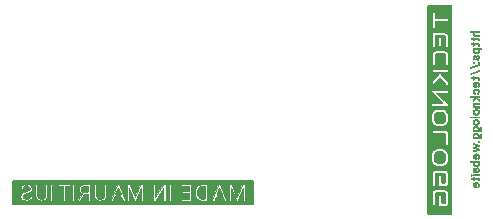
<source format=gbr>
G04 #@! TF.GenerationSoftware,KiCad,Pcbnew,(5.1.10)-1*
G04 #@! TF.CreationDate,2021-06-20T22:47:18+04:00*
G04 #@! TF.ProjectId,pico-expansion-long-board,7069636f-2d65-4787-9061-6e73696f6e2d,rev?*
G04 #@! TF.SameCoordinates,Original*
G04 #@! TF.FileFunction,Legend,Bot*
G04 #@! TF.FilePolarity,Positive*
%FSLAX46Y46*%
G04 Gerber Fmt 4.6, Leading zero omitted, Abs format (unit mm)*
G04 Created by KiCad (PCBNEW (5.1.10)-1) date 2021-06-20 22:47:18*
%MOMM*%
%LPD*%
G01*
G04 APERTURE LIST*
%ADD10C,0.010000*%
%ADD11C,0.150000*%
G04 APERTURE END LIST*
D10*
G36*
X128900000Y-72450000D02*
G01*
X128650000Y-72450000D01*
X128620000Y-72430000D01*
X128620000Y-72380000D01*
X128670000Y-72370000D01*
X129330000Y-72370000D01*
X129360000Y-72390000D01*
X129360000Y-72440000D01*
X129310000Y-72450000D01*
X129010000Y-72450000D01*
X128960000Y-72470000D01*
X128930000Y-72510000D01*
X128910000Y-72550000D01*
X128910000Y-72610000D01*
X128920000Y-72650000D01*
X128960000Y-72680000D01*
X129020000Y-72690000D01*
X129320000Y-72690000D01*
X129360000Y-72710000D01*
X129360000Y-72760000D01*
X129320000Y-72770000D01*
X129020000Y-72770000D01*
X128960000Y-72770000D01*
X128910000Y-72750000D01*
X128870000Y-72730000D01*
X128850000Y-72690000D01*
X128830000Y-72640000D01*
X128830000Y-72590000D01*
X128840000Y-72540000D01*
X128870000Y-72490000D01*
X128900000Y-72450000D01*
G37*
X128900000Y-72450000D02*
X128650000Y-72450000D01*
X128620000Y-72430000D01*
X128620000Y-72380000D01*
X128670000Y-72370000D01*
X129330000Y-72370000D01*
X129360000Y-72390000D01*
X129360000Y-72440000D01*
X129310000Y-72450000D01*
X129010000Y-72450000D01*
X128960000Y-72470000D01*
X128930000Y-72510000D01*
X128910000Y-72550000D01*
X128910000Y-72610000D01*
X128920000Y-72650000D01*
X128960000Y-72680000D01*
X129020000Y-72690000D01*
X129320000Y-72690000D01*
X129360000Y-72710000D01*
X129360000Y-72760000D01*
X129320000Y-72770000D01*
X129020000Y-72770000D01*
X128960000Y-72770000D01*
X128910000Y-72750000D01*
X128870000Y-72730000D01*
X128850000Y-72690000D01*
X128830000Y-72640000D01*
X128830000Y-72590000D01*
X128840000Y-72540000D01*
X128870000Y-72490000D01*
X128900000Y-72450000D01*
G36*
X128710000Y-73050000D02*
G01*
X128710000Y-73000000D01*
X128720000Y-72960000D01*
X128820000Y-72960000D01*
X128830000Y-72920000D01*
X128830000Y-72870000D01*
X128880000Y-72870000D01*
X128900000Y-72900000D01*
X128900000Y-72950000D01*
X128940000Y-72960000D01*
X129190000Y-72960000D01*
X129250000Y-72960000D01*
X129300000Y-72970000D01*
X129330000Y-73000000D01*
X129350000Y-73040000D01*
X129350000Y-73100000D01*
X129340000Y-73150000D01*
X129290000Y-73150000D01*
X129280000Y-73110000D01*
X129270000Y-73070000D01*
X129220000Y-73050000D01*
X128920000Y-73050000D01*
X128900000Y-73080000D01*
X128900000Y-73130000D01*
X128860000Y-73150000D01*
X128830000Y-73120000D01*
X128830000Y-73070000D01*
X128810000Y-73050000D01*
X128710000Y-73050000D01*
G37*
X128710000Y-73050000D02*
X128710000Y-73000000D01*
X128720000Y-72960000D01*
X128820000Y-72960000D01*
X128830000Y-72920000D01*
X128830000Y-72870000D01*
X128880000Y-72870000D01*
X128900000Y-72900000D01*
X128900000Y-72950000D01*
X128940000Y-72960000D01*
X129190000Y-72960000D01*
X129250000Y-72960000D01*
X129300000Y-72970000D01*
X129330000Y-73000000D01*
X129350000Y-73040000D01*
X129350000Y-73100000D01*
X129340000Y-73150000D01*
X129290000Y-73150000D01*
X129280000Y-73110000D01*
X129270000Y-73070000D01*
X129220000Y-73050000D01*
X128920000Y-73050000D01*
X128900000Y-73080000D01*
X128900000Y-73130000D01*
X128860000Y-73150000D01*
X128830000Y-73120000D01*
X128830000Y-73070000D01*
X128810000Y-73050000D01*
X128710000Y-73050000D01*
G36*
X128710000Y-73480000D02*
G01*
X128710000Y-73430000D01*
X128720000Y-73390000D01*
X128820000Y-73390000D01*
X128830000Y-73350000D01*
X128830000Y-73300000D01*
X128880000Y-73300000D01*
X128900000Y-73330000D01*
X128900000Y-73380000D01*
X128940000Y-73390000D01*
X129190000Y-73390000D01*
X129250000Y-73390000D01*
X129300000Y-73400000D01*
X129330000Y-73430000D01*
X129350000Y-73470000D01*
X129350000Y-73530000D01*
X129340000Y-73580000D01*
X129290000Y-73580000D01*
X129280000Y-73540000D01*
X129270000Y-73500000D01*
X129220000Y-73480000D01*
X128920000Y-73480000D01*
X128900000Y-73510000D01*
X128900000Y-73560000D01*
X128860000Y-73580000D01*
X128830000Y-73560000D01*
X128830000Y-73510000D01*
X128810000Y-73480000D01*
X128710000Y-73480000D01*
G37*
X128710000Y-73480000D02*
X128710000Y-73430000D01*
X128720000Y-73390000D01*
X128820000Y-73390000D01*
X128830000Y-73350000D01*
X128830000Y-73300000D01*
X128880000Y-73300000D01*
X128900000Y-73330000D01*
X128900000Y-73380000D01*
X128940000Y-73390000D01*
X129190000Y-73390000D01*
X129250000Y-73390000D01*
X129300000Y-73400000D01*
X129330000Y-73430000D01*
X129350000Y-73470000D01*
X129350000Y-73530000D01*
X129340000Y-73580000D01*
X129290000Y-73580000D01*
X129280000Y-73540000D01*
X129270000Y-73500000D01*
X129220000Y-73480000D01*
X128920000Y-73480000D01*
X128900000Y-73510000D01*
X128900000Y-73560000D01*
X128860000Y-73580000D01*
X128830000Y-73560000D01*
X128830000Y-73510000D01*
X128810000Y-73480000D01*
X128710000Y-73480000D01*
G36*
X129100000Y-74140000D02*
G01*
X129160000Y-74130000D01*
X129210000Y-74120000D01*
X129240000Y-74100000D01*
X129280000Y-74070000D01*
X129300000Y-74020000D01*
X129300000Y-73970000D01*
X129280000Y-73920000D01*
X129250000Y-73890000D01*
X129200000Y-73880000D01*
X128990000Y-73880000D01*
X128950000Y-73900000D01*
X128920000Y-73940000D01*
X128910000Y-73990000D01*
X128910000Y-74040000D01*
X128940000Y-74080000D01*
X128980000Y-74110000D01*
X129020000Y-74130000D01*
X129080000Y-74140000D01*
X129070000Y-74230000D01*
X129010000Y-74220000D01*
X128960000Y-74210000D01*
X128920000Y-74190000D01*
X128890000Y-74160000D01*
X128860000Y-74120000D01*
X128840000Y-74070000D01*
X128840000Y-74010000D01*
X128850000Y-73960000D01*
X128870000Y-73920000D01*
X128900000Y-73880000D01*
X128860000Y-73870000D01*
X128850000Y-73830000D01*
X128860000Y-73790000D01*
X129520000Y-73790000D01*
X129560000Y-73800000D01*
X129560000Y-73850000D01*
X129530000Y-73880000D01*
X129330000Y-73880000D01*
X129330000Y-73900000D01*
X129350000Y-73940000D01*
X129370000Y-73990000D01*
X129370000Y-74050000D01*
X129360000Y-74100000D01*
X129340000Y-74140000D01*
X129300000Y-74170000D01*
X129260000Y-74200000D01*
X129220000Y-74210000D01*
X129160000Y-74220000D01*
X129110000Y-74230000D01*
X129100000Y-74140000D01*
G37*
X129100000Y-74140000D02*
X129160000Y-74130000D01*
X129210000Y-74120000D01*
X129240000Y-74100000D01*
X129280000Y-74070000D01*
X129300000Y-74020000D01*
X129300000Y-73970000D01*
X129280000Y-73920000D01*
X129250000Y-73890000D01*
X129200000Y-73880000D01*
X128990000Y-73880000D01*
X128950000Y-73900000D01*
X128920000Y-73940000D01*
X128910000Y-73990000D01*
X128910000Y-74040000D01*
X128940000Y-74080000D01*
X128980000Y-74110000D01*
X129020000Y-74130000D01*
X129080000Y-74140000D01*
X129070000Y-74230000D01*
X129010000Y-74220000D01*
X128960000Y-74210000D01*
X128920000Y-74190000D01*
X128890000Y-74160000D01*
X128860000Y-74120000D01*
X128840000Y-74070000D01*
X128840000Y-74010000D01*
X128850000Y-73960000D01*
X128870000Y-73920000D01*
X128900000Y-73880000D01*
X128860000Y-73870000D01*
X128850000Y-73830000D01*
X128860000Y-73790000D01*
X129520000Y-73790000D01*
X129560000Y-73800000D01*
X129560000Y-73850000D01*
X129530000Y-73880000D01*
X129330000Y-73880000D01*
X129330000Y-73900000D01*
X129350000Y-73940000D01*
X129370000Y-73990000D01*
X129370000Y-74050000D01*
X129360000Y-74100000D01*
X129340000Y-74140000D01*
X129300000Y-74170000D01*
X129260000Y-74200000D01*
X129220000Y-74210000D01*
X129160000Y-74220000D01*
X129110000Y-74230000D01*
X129100000Y-74140000D01*
G36*
X129210000Y-74680000D02*
G01*
X129250000Y-74660000D01*
X129280000Y-74620000D01*
X129280000Y-74570000D01*
X129280000Y-74520000D01*
X129250000Y-74480000D01*
X129210000Y-74450000D01*
X129190000Y-74410000D01*
X129190000Y-74360000D01*
X129230000Y-74370000D01*
X129280000Y-74390000D01*
X129310000Y-74430000D01*
X129340000Y-74470000D01*
X129350000Y-74520000D01*
X129360000Y-74570000D01*
X129350000Y-74620000D01*
X129340000Y-74670000D01*
X129310000Y-74710000D01*
X129280000Y-74750000D01*
X129230000Y-74770000D01*
X129180000Y-74770000D01*
X129140000Y-74750000D01*
X129100000Y-74720000D01*
X129080000Y-74680000D01*
X129060000Y-74630000D01*
X129030000Y-74520000D01*
X129010000Y-74480000D01*
X128960000Y-74470000D01*
X128920000Y-74490000D01*
X128900000Y-74520000D01*
X128890000Y-74580000D01*
X128910000Y-74630000D01*
X128940000Y-74660000D01*
X128980000Y-74690000D01*
X128980000Y-74740000D01*
X128960000Y-74760000D01*
X128910000Y-74750000D01*
X128870000Y-74720000D01*
X128850000Y-74680000D01*
X128830000Y-74630000D01*
X128820000Y-74580000D01*
X128830000Y-74520000D01*
X128840000Y-74480000D01*
X128860000Y-74430000D01*
X128900000Y-74400000D01*
X128940000Y-74380000D01*
X128990000Y-74380000D01*
X129040000Y-74390000D01*
X129070000Y-74430000D01*
X129090000Y-74470000D01*
X129110000Y-74520000D01*
X129120000Y-74580000D01*
X129140000Y-74630000D01*
X129160000Y-74660000D01*
X129210000Y-74680000D01*
G37*
X129210000Y-74680000D02*
X129250000Y-74660000D01*
X129280000Y-74620000D01*
X129280000Y-74570000D01*
X129280000Y-74520000D01*
X129250000Y-74480000D01*
X129210000Y-74450000D01*
X129190000Y-74410000D01*
X129190000Y-74360000D01*
X129230000Y-74370000D01*
X129280000Y-74390000D01*
X129310000Y-74430000D01*
X129340000Y-74470000D01*
X129350000Y-74520000D01*
X129360000Y-74570000D01*
X129350000Y-74620000D01*
X129340000Y-74670000D01*
X129310000Y-74710000D01*
X129280000Y-74750000D01*
X129230000Y-74770000D01*
X129180000Y-74770000D01*
X129140000Y-74750000D01*
X129100000Y-74720000D01*
X129080000Y-74680000D01*
X129060000Y-74630000D01*
X129030000Y-74520000D01*
X129010000Y-74480000D01*
X128960000Y-74470000D01*
X128920000Y-74490000D01*
X128900000Y-74520000D01*
X128890000Y-74580000D01*
X128910000Y-74630000D01*
X128940000Y-74660000D01*
X128980000Y-74690000D01*
X128980000Y-74740000D01*
X128960000Y-74760000D01*
X128910000Y-74750000D01*
X128870000Y-74720000D01*
X128850000Y-74680000D01*
X128830000Y-74630000D01*
X128820000Y-74580000D01*
X128830000Y-74520000D01*
X128840000Y-74480000D01*
X128860000Y-74430000D01*
X128900000Y-74400000D01*
X128940000Y-74380000D01*
X128990000Y-74380000D01*
X129040000Y-74390000D01*
X129070000Y-74430000D01*
X129090000Y-74470000D01*
X129110000Y-74520000D01*
X129120000Y-74580000D01*
X129140000Y-74630000D01*
X129160000Y-74660000D01*
X129210000Y-74680000D01*
G36*
X129350000Y-74960000D02*
G01*
X129350000Y-75010000D01*
X129320000Y-75050000D01*
X129280000Y-75040000D01*
X129250000Y-75010000D01*
X129260000Y-74960000D01*
X129300000Y-74940000D01*
X129350000Y-74960000D01*
G37*
X129350000Y-74960000D02*
X129350000Y-75010000D01*
X129320000Y-75050000D01*
X129280000Y-75040000D01*
X129250000Y-75010000D01*
X129260000Y-74960000D01*
X129300000Y-74940000D01*
X129350000Y-74960000D01*
G36*
X128880000Y-74940000D02*
G01*
X128930000Y-74960000D01*
X128930000Y-75010000D01*
X128900000Y-75050000D01*
X128850000Y-75040000D01*
X128830000Y-75010000D01*
X128840000Y-74960000D01*
X128880000Y-74940000D01*
G37*
X128880000Y-74940000D02*
X128930000Y-74960000D01*
X128930000Y-75010000D01*
X128900000Y-75050000D01*
X128850000Y-75040000D01*
X128830000Y-75010000D01*
X128840000Y-74960000D01*
X128880000Y-74940000D01*
G36*
X129360000Y-75220000D02*
G01*
X128600000Y-75510000D01*
X128600000Y-75460000D01*
X128620000Y-75430000D01*
X129330000Y-75160000D01*
X129360000Y-75170000D01*
X129360000Y-75220000D01*
G37*
X129360000Y-75220000D02*
X128600000Y-75510000D01*
X128600000Y-75460000D01*
X128620000Y-75430000D01*
X129330000Y-75160000D01*
X129360000Y-75170000D01*
X129360000Y-75220000D01*
G36*
X129360000Y-75740000D02*
G01*
X128600000Y-76030000D01*
X128600000Y-75980000D01*
X128620000Y-75950000D01*
X129330000Y-75670000D01*
X129360000Y-75690000D01*
X129360000Y-75740000D01*
G37*
X129360000Y-75740000D02*
X128600000Y-76030000D01*
X128600000Y-75980000D01*
X128620000Y-75950000D01*
X129330000Y-75670000D01*
X129360000Y-75690000D01*
X129360000Y-75740000D01*
G36*
X128710000Y-76360000D02*
G01*
X128710000Y-76310000D01*
X128720000Y-76270000D01*
X128820000Y-76270000D01*
X128830000Y-76230000D01*
X128830000Y-76180000D01*
X128880000Y-76180000D01*
X128900000Y-76210000D01*
X128900000Y-76260000D01*
X128940000Y-76270000D01*
X129190000Y-76270000D01*
X129250000Y-76270000D01*
X129300000Y-76280000D01*
X129330000Y-76310000D01*
X129350000Y-76350000D01*
X129350000Y-76410000D01*
X129340000Y-76460000D01*
X129290000Y-76460000D01*
X129280000Y-76420000D01*
X129270000Y-76380000D01*
X129220000Y-76360000D01*
X128920000Y-76360000D01*
X128900000Y-76390000D01*
X128900000Y-76440000D01*
X128860000Y-76460000D01*
X128830000Y-76440000D01*
X128830000Y-76390000D01*
X128810000Y-76360000D01*
X128710000Y-76360000D01*
G37*
X128710000Y-76360000D02*
X128710000Y-76310000D01*
X128720000Y-76270000D01*
X128820000Y-76270000D01*
X128830000Y-76230000D01*
X128830000Y-76180000D01*
X128880000Y-76180000D01*
X128900000Y-76210000D01*
X128900000Y-76260000D01*
X128940000Y-76270000D01*
X129190000Y-76270000D01*
X129250000Y-76270000D01*
X129300000Y-76280000D01*
X129330000Y-76310000D01*
X129350000Y-76350000D01*
X129350000Y-76410000D01*
X129340000Y-76460000D01*
X129290000Y-76460000D01*
X129280000Y-76420000D01*
X129270000Y-76380000D01*
X129220000Y-76360000D01*
X128920000Y-76360000D01*
X128900000Y-76390000D01*
X128900000Y-76440000D01*
X128860000Y-76460000D01*
X128830000Y-76440000D01*
X128830000Y-76390000D01*
X128810000Y-76360000D01*
X128710000Y-76360000D01*
G36*
X129350000Y-76910000D02*
G01*
X129350000Y-76960000D01*
X129330000Y-77010000D01*
X129300000Y-77040000D01*
X129260000Y-77080000D01*
X129220000Y-77040000D01*
X129240000Y-77000000D01*
X129270000Y-76960000D01*
X129280000Y-76910000D01*
X129280000Y-76860000D01*
X129270000Y-76810000D01*
X129230000Y-76780000D01*
X129190000Y-76750000D01*
X129140000Y-76740000D01*
X129110000Y-76760000D01*
X129040000Y-76750000D01*
X129000000Y-76750000D01*
X128950000Y-76770000D01*
X128920000Y-76800000D01*
X128900000Y-76850000D01*
X128890000Y-76870000D01*
X128900000Y-76930000D01*
X128930000Y-76960000D01*
X128970000Y-76990000D01*
X129020000Y-77000000D01*
X129040000Y-76960000D01*
X129040000Y-76760000D01*
X129110000Y-76760000D01*
X129110000Y-77070000D01*
X129080000Y-77090000D01*
X129020000Y-77080000D01*
X128970000Y-77070000D01*
X128930000Y-77060000D01*
X128890000Y-77030000D01*
X128860000Y-77000000D01*
X128830000Y-76950000D01*
X128820000Y-76900000D01*
X128820000Y-76850000D01*
X128840000Y-76800000D01*
X128860000Y-76750000D01*
X128890000Y-76720000D01*
X128930000Y-76690000D01*
X128980000Y-76670000D01*
X129030000Y-76650000D01*
X129080000Y-76650000D01*
X129140000Y-76650000D01*
X129190000Y-76660000D01*
X129230000Y-76680000D01*
X129270000Y-76710000D01*
X129310000Y-76740000D01*
X129340000Y-76780000D01*
X129350000Y-76830000D01*
X129360000Y-76880000D01*
X129350000Y-76910000D01*
G37*
X129350000Y-76910000D02*
X129350000Y-76960000D01*
X129330000Y-77010000D01*
X129300000Y-77040000D01*
X129260000Y-77080000D01*
X129220000Y-77040000D01*
X129240000Y-77000000D01*
X129270000Y-76960000D01*
X129280000Y-76910000D01*
X129280000Y-76860000D01*
X129270000Y-76810000D01*
X129230000Y-76780000D01*
X129190000Y-76750000D01*
X129140000Y-76740000D01*
X129110000Y-76760000D01*
X129040000Y-76750000D01*
X129000000Y-76750000D01*
X128950000Y-76770000D01*
X128920000Y-76800000D01*
X128900000Y-76850000D01*
X128890000Y-76870000D01*
X128900000Y-76930000D01*
X128930000Y-76960000D01*
X128970000Y-76990000D01*
X129020000Y-77000000D01*
X129040000Y-76960000D01*
X129040000Y-76760000D01*
X129110000Y-76760000D01*
X129110000Y-77070000D01*
X129080000Y-77090000D01*
X129020000Y-77080000D01*
X128970000Y-77070000D01*
X128930000Y-77060000D01*
X128890000Y-77030000D01*
X128860000Y-77000000D01*
X128830000Y-76950000D01*
X128820000Y-76900000D01*
X128820000Y-76850000D01*
X128840000Y-76800000D01*
X128860000Y-76750000D01*
X128890000Y-76720000D01*
X128930000Y-76690000D01*
X128980000Y-76670000D01*
X129030000Y-76650000D01*
X129080000Y-76650000D01*
X129140000Y-76650000D01*
X129190000Y-76660000D01*
X129230000Y-76680000D01*
X129270000Y-76710000D01*
X129310000Y-76740000D01*
X129340000Y-76780000D01*
X129350000Y-76830000D01*
X129360000Y-76880000D01*
X129350000Y-76910000D01*
G36*
X129280000Y-77470000D02*
G01*
X129280000Y-77410000D01*
X129250000Y-77370000D01*
X129210000Y-77350000D01*
X129170000Y-77330000D01*
X129110000Y-77330000D01*
X129050000Y-77330000D01*
X129000000Y-77340000D01*
X128960000Y-77350000D01*
X128920000Y-77390000D01*
X128900000Y-77430000D01*
X128890000Y-77480000D01*
X128910000Y-77530000D01*
X128940000Y-77570000D01*
X128990000Y-77590000D01*
X129010000Y-77630000D01*
X129000000Y-77670000D01*
X128950000Y-77660000D01*
X128900000Y-77640000D01*
X128870000Y-77600000D01*
X128840000Y-77560000D01*
X128830000Y-77510000D01*
X128820000Y-77460000D01*
X128830000Y-77400000D01*
X128850000Y-77360000D01*
X128870000Y-77320000D01*
X128910000Y-77280000D01*
X128960000Y-77260000D01*
X129010000Y-77250000D01*
X129060000Y-77240000D01*
X129110000Y-77240000D01*
X129170000Y-77250000D01*
X129220000Y-77260000D01*
X129260000Y-77280000D01*
X129300000Y-77310000D01*
X129330000Y-77350000D01*
X129350000Y-77400000D01*
X129360000Y-77450000D01*
X129350000Y-77500000D01*
X129340000Y-77550000D01*
X129310000Y-77600000D01*
X129280000Y-77630000D01*
X129230000Y-77660000D01*
X129190000Y-77670000D01*
X129180000Y-77620000D01*
X129200000Y-77590000D01*
X129240000Y-77560000D01*
X129270000Y-77520000D01*
X129280000Y-77470000D01*
G37*
X129280000Y-77470000D02*
X129280000Y-77410000D01*
X129250000Y-77370000D01*
X129210000Y-77350000D01*
X129170000Y-77330000D01*
X129110000Y-77330000D01*
X129050000Y-77330000D01*
X129000000Y-77340000D01*
X128960000Y-77350000D01*
X128920000Y-77390000D01*
X128900000Y-77430000D01*
X128890000Y-77480000D01*
X128910000Y-77530000D01*
X128940000Y-77570000D01*
X128990000Y-77590000D01*
X129010000Y-77630000D01*
X129000000Y-77670000D01*
X128950000Y-77660000D01*
X128900000Y-77640000D01*
X128870000Y-77600000D01*
X128840000Y-77560000D01*
X128830000Y-77510000D01*
X128820000Y-77460000D01*
X128830000Y-77400000D01*
X128850000Y-77360000D01*
X128870000Y-77320000D01*
X128910000Y-77280000D01*
X128960000Y-77260000D01*
X129010000Y-77250000D01*
X129060000Y-77240000D01*
X129110000Y-77240000D01*
X129170000Y-77250000D01*
X129220000Y-77260000D01*
X129260000Y-77280000D01*
X129300000Y-77310000D01*
X129330000Y-77350000D01*
X129350000Y-77400000D01*
X129360000Y-77450000D01*
X129350000Y-77500000D01*
X129340000Y-77550000D01*
X129310000Y-77600000D01*
X129280000Y-77630000D01*
X129230000Y-77660000D01*
X129190000Y-77670000D01*
X129180000Y-77620000D01*
X129200000Y-77590000D01*
X129240000Y-77560000D01*
X129270000Y-77520000D01*
X129280000Y-77470000D01*
G36*
X129120000Y-77990000D02*
G01*
X129320000Y-78140000D01*
X129360000Y-78170000D01*
X129360000Y-78220000D01*
X129350000Y-78270000D01*
X129070000Y-78060000D01*
X129030000Y-78070000D01*
X128850000Y-78250000D01*
X128840000Y-78200000D01*
X128840000Y-78150000D01*
X128870000Y-78110000D01*
X129020000Y-77980000D01*
X129060000Y-77940000D01*
X129030000Y-77940000D01*
X128670000Y-77940000D01*
X128620000Y-77930000D01*
X128620000Y-77880000D01*
X128640000Y-77840000D01*
X129350000Y-77840000D01*
X129360000Y-77890000D01*
X129350000Y-77940000D01*
X129200000Y-77940000D01*
X129150000Y-77950000D01*
X129120000Y-77990000D01*
G37*
X129120000Y-77990000D02*
X129320000Y-78140000D01*
X129360000Y-78170000D01*
X129360000Y-78220000D01*
X129350000Y-78270000D01*
X129070000Y-78060000D01*
X129030000Y-78070000D01*
X128850000Y-78250000D01*
X128840000Y-78200000D01*
X128840000Y-78150000D01*
X128870000Y-78110000D01*
X129020000Y-77980000D01*
X129060000Y-77940000D01*
X129030000Y-77940000D01*
X128670000Y-77940000D01*
X128620000Y-77930000D01*
X128620000Y-77880000D01*
X128640000Y-77840000D01*
X129350000Y-77840000D01*
X129360000Y-77890000D01*
X129350000Y-77940000D01*
X129200000Y-77940000D01*
X129150000Y-77950000D01*
X129120000Y-77990000D01*
G36*
X128840000Y-78510000D02*
G01*
X128840000Y-78460000D01*
X128860000Y-78420000D01*
X129310000Y-78420000D01*
X129360000Y-78430000D01*
X129360000Y-78480000D01*
X129330000Y-78510000D01*
X129030000Y-78510000D01*
X128980000Y-78510000D01*
X128940000Y-78540000D01*
X128910000Y-78590000D01*
X128900000Y-78630000D01*
X128910000Y-78690000D01*
X128940000Y-78720000D01*
X128980000Y-78740000D01*
X129040000Y-78740000D01*
X129340000Y-78740000D01*
X129360000Y-78780000D01*
X129350000Y-78830000D01*
X129000000Y-78830000D01*
X128940000Y-78820000D01*
X128900000Y-78800000D01*
X128860000Y-78770000D01*
X128840000Y-78730000D01*
X128830000Y-78680000D01*
X128830000Y-78630000D01*
X128850000Y-78580000D01*
X128890000Y-78510000D01*
X128840000Y-78510000D01*
G37*
X128840000Y-78510000D02*
X128840000Y-78460000D01*
X128860000Y-78420000D01*
X129310000Y-78420000D01*
X129360000Y-78430000D01*
X129360000Y-78480000D01*
X129330000Y-78510000D01*
X129030000Y-78510000D01*
X128980000Y-78510000D01*
X128940000Y-78540000D01*
X128910000Y-78590000D01*
X128900000Y-78630000D01*
X128910000Y-78690000D01*
X128940000Y-78720000D01*
X128980000Y-78740000D01*
X129040000Y-78740000D01*
X129340000Y-78740000D01*
X129360000Y-78780000D01*
X129350000Y-78830000D01*
X129000000Y-78830000D01*
X128940000Y-78820000D01*
X128900000Y-78800000D01*
X128860000Y-78770000D01*
X128840000Y-78730000D01*
X128830000Y-78680000D01*
X128830000Y-78630000D01*
X128850000Y-78580000D01*
X128890000Y-78510000D01*
X128840000Y-78510000D01*
G36*
X129090000Y-79050000D02*
G01*
X129030000Y-79050000D01*
X128980000Y-79070000D01*
X128950000Y-79090000D01*
X128910000Y-79120000D01*
X128900000Y-79170000D01*
X128900000Y-79220000D01*
X128910000Y-79270000D01*
X128950000Y-79310000D01*
X128990000Y-79330000D01*
X129040000Y-79340000D01*
X129100000Y-79340000D01*
X129150000Y-79340000D01*
X129200000Y-79320000D01*
X129240000Y-79300000D01*
X129270000Y-79260000D01*
X129280000Y-79210000D01*
X129280000Y-79160000D01*
X129260000Y-79110000D01*
X129220000Y-79080000D01*
X129180000Y-79060000D01*
X129130000Y-79050000D01*
X129100000Y-78960000D01*
X129160000Y-78970000D01*
X129210000Y-78980000D01*
X129250000Y-79000000D01*
X129290000Y-79030000D01*
X129320000Y-79070000D01*
X129340000Y-79110000D01*
X129350000Y-79160000D01*
X129350000Y-79220000D01*
X129350000Y-79270000D01*
X129330000Y-79310000D01*
X129300000Y-79350000D01*
X129260000Y-79390000D01*
X129210000Y-79410000D01*
X129160000Y-79420000D01*
X129110000Y-79430000D01*
X129060000Y-79430000D01*
X129000000Y-79420000D01*
X128960000Y-79400000D01*
X128910000Y-79380000D01*
X128880000Y-79350000D01*
X128850000Y-79310000D01*
X128830000Y-79260000D01*
X128820000Y-79210000D01*
X128820000Y-79160000D01*
X128840000Y-79110000D01*
X128860000Y-79060000D01*
X128890000Y-79030000D01*
X128930000Y-79000000D01*
X128980000Y-78980000D01*
X129030000Y-78970000D01*
X129080000Y-78960000D01*
X129090000Y-79050000D01*
G37*
X129090000Y-79050000D02*
X129030000Y-79050000D01*
X128980000Y-79070000D01*
X128950000Y-79090000D01*
X128910000Y-79120000D01*
X128900000Y-79170000D01*
X128900000Y-79220000D01*
X128910000Y-79270000D01*
X128950000Y-79310000D01*
X128990000Y-79330000D01*
X129040000Y-79340000D01*
X129100000Y-79340000D01*
X129150000Y-79340000D01*
X129200000Y-79320000D01*
X129240000Y-79300000D01*
X129270000Y-79260000D01*
X129280000Y-79210000D01*
X129280000Y-79160000D01*
X129260000Y-79110000D01*
X129220000Y-79080000D01*
X129180000Y-79060000D01*
X129130000Y-79050000D01*
X129100000Y-78960000D01*
X129160000Y-78970000D01*
X129210000Y-78980000D01*
X129250000Y-79000000D01*
X129290000Y-79030000D01*
X129320000Y-79070000D01*
X129340000Y-79110000D01*
X129350000Y-79160000D01*
X129350000Y-79220000D01*
X129350000Y-79270000D01*
X129330000Y-79310000D01*
X129300000Y-79350000D01*
X129260000Y-79390000D01*
X129210000Y-79410000D01*
X129160000Y-79420000D01*
X129110000Y-79430000D01*
X129060000Y-79430000D01*
X129000000Y-79420000D01*
X128960000Y-79400000D01*
X128910000Y-79380000D01*
X128880000Y-79350000D01*
X128850000Y-79310000D01*
X128830000Y-79260000D01*
X128820000Y-79210000D01*
X128820000Y-79160000D01*
X128840000Y-79110000D01*
X128860000Y-79060000D01*
X128890000Y-79030000D01*
X128930000Y-79000000D01*
X128980000Y-78980000D01*
X129030000Y-78970000D01*
X129080000Y-78960000D01*
X129090000Y-79050000D01*
G36*
X129360000Y-79670000D02*
G01*
X128640000Y-79670000D01*
X128620000Y-79640000D01*
X128620000Y-79590000D01*
X129340000Y-79590000D01*
X129360000Y-79620000D01*
X129360000Y-79670000D01*
G37*
X129360000Y-79670000D02*
X128640000Y-79670000D01*
X128620000Y-79640000D01*
X128620000Y-79590000D01*
X129340000Y-79590000D01*
X129360000Y-79620000D01*
X129360000Y-79670000D01*
G36*
X129090000Y-79910000D02*
G01*
X129030000Y-79910000D01*
X128980000Y-79920000D01*
X128950000Y-79950000D01*
X128910000Y-79980000D01*
X128900000Y-80030000D01*
X128900000Y-80080000D01*
X128910000Y-80130000D01*
X128950000Y-80160000D01*
X128990000Y-80190000D01*
X129040000Y-80200000D01*
X129100000Y-80200000D01*
X129150000Y-80190000D01*
X129200000Y-80180000D01*
X129240000Y-80150000D01*
X129270000Y-80120000D01*
X129280000Y-80070000D01*
X129280000Y-80020000D01*
X129260000Y-79970000D01*
X129220000Y-79940000D01*
X129180000Y-79920000D01*
X129130000Y-79910000D01*
X129100000Y-79820000D01*
X129160000Y-79830000D01*
X129210000Y-79840000D01*
X129250000Y-79860000D01*
X129290000Y-79890000D01*
X129320000Y-79930000D01*
X129340000Y-79970000D01*
X129350000Y-80020000D01*
X129350000Y-80080000D01*
X129350000Y-80120000D01*
X129330000Y-80170000D01*
X129300000Y-80210000D01*
X129260000Y-80240000D01*
X129210000Y-80270000D01*
X129160000Y-80280000D01*
X129110000Y-80290000D01*
X129060000Y-80290000D01*
X129000000Y-80280000D01*
X128960000Y-80260000D01*
X128910000Y-80240000D01*
X128880000Y-80210000D01*
X128850000Y-80170000D01*
X128830000Y-80120000D01*
X128820000Y-80070000D01*
X128820000Y-80020000D01*
X128840000Y-79970000D01*
X128860000Y-79920000D01*
X128890000Y-79880000D01*
X128930000Y-79860000D01*
X128980000Y-79840000D01*
X129030000Y-79820000D01*
X129080000Y-79820000D01*
X129090000Y-79910000D01*
G37*
X129090000Y-79910000D02*
X129030000Y-79910000D01*
X128980000Y-79920000D01*
X128950000Y-79950000D01*
X128910000Y-79980000D01*
X128900000Y-80030000D01*
X128900000Y-80080000D01*
X128910000Y-80130000D01*
X128950000Y-80160000D01*
X128990000Y-80190000D01*
X129040000Y-80200000D01*
X129100000Y-80200000D01*
X129150000Y-80190000D01*
X129200000Y-80180000D01*
X129240000Y-80150000D01*
X129270000Y-80120000D01*
X129280000Y-80070000D01*
X129280000Y-80020000D01*
X129260000Y-79970000D01*
X129220000Y-79940000D01*
X129180000Y-79920000D01*
X129130000Y-79910000D01*
X129100000Y-79820000D01*
X129160000Y-79830000D01*
X129210000Y-79840000D01*
X129250000Y-79860000D01*
X129290000Y-79890000D01*
X129320000Y-79930000D01*
X129340000Y-79970000D01*
X129350000Y-80020000D01*
X129350000Y-80080000D01*
X129350000Y-80120000D01*
X129330000Y-80170000D01*
X129300000Y-80210000D01*
X129260000Y-80240000D01*
X129210000Y-80270000D01*
X129160000Y-80280000D01*
X129110000Y-80290000D01*
X129060000Y-80290000D01*
X129000000Y-80280000D01*
X128960000Y-80260000D01*
X128910000Y-80240000D01*
X128880000Y-80210000D01*
X128850000Y-80170000D01*
X128830000Y-80120000D01*
X128820000Y-80070000D01*
X128820000Y-80020000D01*
X128840000Y-79970000D01*
X128860000Y-79920000D01*
X128890000Y-79880000D01*
X128930000Y-79860000D01*
X128980000Y-79840000D01*
X129030000Y-79820000D01*
X129080000Y-79820000D01*
X129090000Y-79910000D01*
G36*
X129080000Y-80500000D02*
G01*
X129020000Y-80510000D01*
X128970000Y-80520000D01*
X128930000Y-80540000D01*
X128900000Y-80570000D01*
X128880000Y-80620000D01*
X128880000Y-80670000D01*
X128900000Y-80720000D01*
X128940000Y-80750000D01*
X128990000Y-80760000D01*
X129190000Y-80760000D01*
X129230000Y-80730000D01*
X129260000Y-80690000D01*
X129260000Y-80640000D01*
X129250000Y-80590000D01*
X129220000Y-80550000D01*
X129190000Y-80520000D01*
X129140000Y-80510000D01*
X129080000Y-80500000D01*
X129120000Y-80420000D01*
X129170000Y-80430000D01*
X129220000Y-80440000D01*
X129260000Y-80460000D01*
X129290000Y-80500000D01*
X129320000Y-80540000D01*
X129340000Y-80580000D01*
X129340000Y-80640000D01*
X129330000Y-80690000D01*
X129310000Y-80730000D01*
X129290000Y-80760000D01*
X129340000Y-80760000D01*
X129390000Y-80750000D01*
X129430000Y-80720000D01*
X129450000Y-80680000D01*
X129460000Y-80630000D01*
X129460000Y-80580000D01*
X129440000Y-80530000D01*
X129400000Y-80500000D01*
X129420000Y-80460000D01*
X129460000Y-80450000D01*
X129490000Y-80490000D01*
X129510000Y-80530000D01*
X129530000Y-80580000D01*
X129530000Y-80630000D01*
X129530000Y-80690000D01*
X129510000Y-80730000D01*
X129490000Y-80780000D01*
X129450000Y-80810000D01*
X129410000Y-80830000D01*
X129360000Y-80850000D01*
X129310000Y-80850000D01*
X128850000Y-80850000D01*
X128820000Y-80840000D01*
X128820000Y-80790000D01*
X128850000Y-80770000D01*
X128850000Y-80750000D01*
X128820000Y-80710000D01*
X128810000Y-80660000D01*
X128810000Y-80600000D01*
X128820000Y-80550000D01*
X128840000Y-80510000D01*
X128880000Y-80470000D01*
X128910000Y-80450000D01*
X128960000Y-80430000D01*
X129010000Y-80420000D01*
X129070000Y-80410000D01*
X129080000Y-80500000D01*
G37*
X129080000Y-80500000D02*
X129020000Y-80510000D01*
X128970000Y-80520000D01*
X128930000Y-80540000D01*
X128900000Y-80570000D01*
X128880000Y-80620000D01*
X128880000Y-80670000D01*
X128900000Y-80720000D01*
X128940000Y-80750000D01*
X128990000Y-80760000D01*
X129190000Y-80760000D01*
X129230000Y-80730000D01*
X129260000Y-80690000D01*
X129260000Y-80640000D01*
X129250000Y-80590000D01*
X129220000Y-80550000D01*
X129190000Y-80520000D01*
X129140000Y-80510000D01*
X129080000Y-80500000D01*
X129120000Y-80420000D01*
X129170000Y-80430000D01*
X129220000Y-80440000D01*
X129260000Y-80460000D01*
X129290000Y-80500000D01*
X129320000Y-80540000D01*
X129340000Y-80580000D01*
X129340000Y-80640000D01*
X129330000Y-80690000D01*
X129310000Y-80730000D01*
X129290000Y-80760000D01*
X129340000Y-80760000D01*
X129390000Y-80750000D01*
X129430000Y-80720000D01*
X129450000Y-80680000D01*
X129460000Y-80630000D01*
X129460000Y-80580000D01*
X129440000Y-80530000D01*
X129400000Y-80500000D01*
X129420000Y-80460000D01*
X129460000Y-80450000D01*
X129490000Y-80490000D01*
X129510000Y-80530000D01*
X129530000Y-80580000D01*
X129530000Y-80630000D01*
X129530000Y-80690000D01*
X129510000Y-80730000D01*
X129490000Y-80780000D01*
X129450000Y-80810000D01*
X129410000Y-80830000D01*
X129360000Y-80850000D01*
X129310000Y-80850000D01*
X128850000Y-80850000D01*
X128820000Y-80840000D01*
X128820000Y-80790000D01*
X128850000Y-80770000D01*
X128850000Y-80750000D01*
X128820000Y-80710000D01*
X128810000Y-80660000D01*
X128810000Y-80600000D01*
X128820000Y-80550000D01*
X128840000Y-80510000D01*
X128880000Y-80470000D01*
X128910000Y-80450000D01*
X128960000Y-80430000D01*
X129010000Y-80420000D01*
X129070000Y-80410000D01*
X129080000Y-80500000D01*
G36*
X129080000Y-81090000D02*
G01*
X129020000Y-81090000D01*
X128970000Y-81110000D01*
X128930000Y-81130000D01*
X128900000Y-81160000D01*
X128880000Y-81210000D01*
X128880000Y-81260000D01*
X128900000Y-81310000D01*
X128940000Y-81340000D01*
X128990000Y-81350000D01*
X129190000Y-81350000D01*
X129230000Y-81320000D01*
X129260000Y-81280000D01*
X129260000Y-81230000D01*
X129250000Y-81180000D01*
X129220000Y-81140000D01*
X129190000Y-81110000D01*
X129140000Y-81100000D01*
X129080000Y-81090000D01*
X129120000Y-81010000D01*
X129170000Y-81020000D01*
X129220000Y-81030000D01*
X129260000Y-81050000D01*
X129290000Y-81080000D01*
X129320000Y-81130000D01*
X129340000Y-81170000D01*
X129340000Y-81230000D01*
X129330000Y-81280000D01*
X129310000Y-81320000D01*
X129290000Y-81350000D01*
X129340000Y-81350000D01*
X129390000Y-81340000D01*
X129430000Y-81310000D01*
X129450000Y-81270000D01*
X129460000Y-81220000D01*
X129460000Y-81170000D01*
X129440000Y-81120000D01*
X129400000Y-81080000D01*
X129420000Y-81050000D01*
X129460000Y-81040000D01*
X129490000Y-81080000D01*
X129510000Y-81120000D01*
X129530000Y-81170000D01*
X129530000Y-81220000D01*
X129530000Y-81280000D01*
X129510000Y-81320000D01*
X129490000Y-81370000D01*
X129450000Y-81400000D01*
X129410000Y-81420000D01*
X129360000Y-81440000D01*
X129310000Y-81440000D01*
X128850000Y-81440000D01*
X128820000Y-81430000D01*
X128820000Y-81370000D01*
X128850000Y-81360000D01*
X128850000Y-81330000D01*
X128820000Y-81290000D01*
X128810000Y-81250000D01*
X128810000Y-81190000D01*
X128820000Y-81140000D01*
X128840000Y-81100000D01*
X128880000Y-81060000D01*
X128910000Y-81040000D01*
X128960000Y-81020000D01*
X129010000Y-81010000D01*
X129070000Y-81000000D01*
X129080000Y-81090000D01*
G37*
X129080000Y-81090000D02*
X129020000Y-81090000D01*
X128970000Y-81110000D01*
X128930000Y-81130000D01*
X128900000Y-81160000D01*
X128880000Y-81210000D01*
X128880000Y-81260000D01*
X128900000Y-81310000D01*
X128940000Y-81340000D01*
X128990000Y-81350000D01*
X129190000Y-81350000D01*
X129230000Y-81320000D01*
X129260000Y-81280000D01*
X129260000Y-81230000D01*
X129250000Y-81180000D01*
X129220000Y-81140000D01*
X129190000Y-81110000D01*
X129140000Y-81100000D01*
X129080000Y-81090000D01*
X129120000Y-81010000D01*
X129170000Y-81020000D01*
X129220000Y-81030000D01*
X129260000Y-81050000D01*
X129290000Y-81080000D01*
X129320000Y-81130000D01*
X129340000Y-81170000D01*
X129340000Y-81230000D01*
X129330000Y-81280000D01*
X129310000Y-81320000D01*
X129290000Y-81350000D01*
X129340000Y-81350000D01*
X129390000Y-81340000D01*
X129430000Y-81310000D01*
X129450000Y-81270000D01*
X129460000Y-81220000D01*
X129460000Y-81170000D01*
X129440000Y-81120000D01*
X129400000Y-81080000D01*
X129420000Y-81050000D01*
X129460000Y-81040000D01*
X129490000Y-81080000D01*
X129510000Y-81120000D01*
X129530000Y-81170000D01*
X129530000Y-81220000D01*
X129530000Y-81280000D01*
X129510000Y-81320000D01*
X129490000Y-81370000D01*
X129450000Y-81400000D01*
X129410000Y-81420000D01*
X129360000Y-81440000D01*
X129310000Y-81440000D01*
X128850000Y-81440000D01*
X128820000Y-81430000D01*
X128820000Y-81370000D01*
X128850000Y-81360000D01*
X128850000Y-81330000D01*
X128820000Y-81290000D01*
X128810000Y-81250000D01*
X128810000Y-81190000D01*
X128820000Y-81140000D01*
X128840000Y-81100000D01*
X128880000Y-81060000D01*
X128910000Y-81040000D01*
X128960000Y-81020000D01*
X129010000Y-81010000D01*
X129070000Y-81000000D01*
X129080000Y-81090000D01*
G36*
X129300000Y-81640000D02*
G01*
X129350000Y-81660000D01*
X129350000Y-81710000D01*
X129320000Y-81750000D01*
X129280000Y-81740000D01*
X129250000Y-81710000D01*
X129260000Y-81660000D01*
X129300000Y-81640000D01*
G37*
X129300000Y-81640000D02*
X129350000Y-81660000D01*
X129350000Y-81710000D01*
X129320000Y-81750000D01*
X129280000Y-81740000D01*
X129250000Y-81710000D01*
X129260000Y-81660000D01*
X129300000Y-81640000D01*
G36*
X129230000Y-82360000D02*
G01*
X128850000Y-82240000D01*
X128840000Y-82190000D01*
X128870000Y-82150000D01*
X129200000Y-82050000D01*
X129200000Y-82030000D01*
X128850000Y-81940000D01*
X128840000Y-81900000D01*
X128850000Y-81850000D01*
X129330000Y-81990000D01*
X129360000Y-82020000D01*
X129360000Y-82080000D01*
X128970000Y-82200000D01*
X129010000Y-82210000D01*
X129340000Y-82320000D01*
X129360000Y-82360000D01*
X129340000Y-82400000D01*
X128850000Y-82540000D01*
X128840000Y-82500000D01*
X128840000Y-82450000D01*
X128890000Y-82440000D01*
X129230000Y-82360000D01*
G37*
X129230000Y-82360000D02*
X128850000Y-82240000D01*
X128840000Y-82190000D01*
X128870000Y-82150000D01*
X129200000Y-82050000D01*
X129200000Y-82030000D01*
X128850000Y-81940000D01*
X128840000Y-81900000D01*
X128850000Y-81850000D01*
X129330000Y-81990000D01*
X129360000Y-82020000D01*
X129360000Y-82080000D01*
X128970000Y-82200000D01*
X129010000Y-82210000D01*
X129340000Y-82320000D01*
X129360000Y-82360000D01*
X129340000Y-82400000D01*
X128850000Y-82540000D01*
X128840000Y-82500000D01*
X128840000Y-82450000D01*
X128890000Y-82440000D01*
X129230000Y-82360000D01*
G36*
X129350000Y-82980000D02*
G01*
X129350000Y-83030000D01*
X129330000Y-83080000D01*
X129300000Y-83120000D01*
X129260000Y-83150000D01*
X129220000Y-83110000D01*
X129240000Y-83070000D01*
X129270000Y-83030000D01*
X129280000Y-82990000D01*
X129280000Y-82930000D01*
X129270000Y-82890000D01*
X129230000Y-82850000D01*
X129190000Y-82820000D01*
X129140000Y-82810000D01*
X129110000Y-82830000D01*
X129040000Y-82830000D01*
X129000000Y-82820000D01*
X128950000Y-82840000D01*
X128920000Y-82870000D01*
X128900000Y-82920000D01*
X128890000Y-82940000D01*
X128900000Y-83000000D01*
X128930000Y-83040000D01*
X128970000Y-83060000D01*
X129020000Y-83070000D01*
X129040000Y-83030000D01*
X129040000Y-82830000D01*
X129110000Y-82830000D01*
X129110000Y-83140000D01*
X129080000Y-83160000D01*
X129020000Y-83160000D01*
X128970000Y-83140000D01*
X128930000Y-83130000D01*
X128890000Y-83100000D01*
X128860000Y-83070000D01*
X128830000Y-83020000D01*
X128820000Y-82970000D01*
X128820000Y-82920000D01*
X128840000Y-82870000D01*
X128860000Y-82820000D01*
X128890000Y-82790000D01*
X128930000Y-82760000D01*
X128980000Y-82740000D01*
X129030000Y-82730000D01*
X129080000Y-82720000D01*
X129140000Y-82720000D01*
X129190000Y-82730000D01*
X129230000Y-82750000D01*
X129270000Y-82780000D01*
X129310000Y-82810000D01*
X129340000Y-82850000D01*
X129350000Y-82900000D01*
X129360000Y-82950000D01*
X129350000Y-82980000D01*
G37*
X129350000Y-82980000D02*
X129350000Y-83030000D01*
X129330000Y-83080000D01*
X129300000Y-83120000D01*
X129260000Y-83150000D01*
X129220000Y-83110000D01*
X129240000Y-83070000D01*
X129270000Y-83030000D01*
X129280000Y-82990000D01*
X129280000Y-82930000D01*
X129270000Y-82890000D01*
X129230000Y-82850000D01*
X129190000Y-82820000D01*
X129140000Y-82810000D01*
X129110000Y-82830000D01*
X129040000Y-82830000D01*
X129000000Y-82820000D01*
X128950000Y-82840000D01*
X128920000Y-82870000D01*
X128900000Y-82920000D01*
X128890000Y-82940000D01*
X128900000Y-83000000D01*
X128930000Y-83040000D01*
X128970000Y-83060000D01*
X129020000Y-83070000D01*
X129040000Y-83030000D01*
X129040000Y-82830000D01*
X129110000Y-82830000D01*
X129110000Y-83140000D01*
X129080000Y-83160000D01*
X129020000Y-83160000D01*
X128970000Y-83140000D01*
X128930000Y-83130000D01*
X128890000Y-83100000D01*
X128860000Y-83070000D01*
X128830000Y-83020000D01*
X128820000Y-82970000D01*
X128820000Y-82920000D01*
X128840000Y-82870000D01*
X128860000Y-82820000D01*
X128890000Y-82790000D01*
X128930000Y-82760000D01*
X128980000Y-82740000D01*
X129030000Y-82730000D01*
X129080000Y-82720000D01*
X129140000Y-82720000D01*
X129190000Y-82730000D01*
X129230000Y-82750000D01*
X129270000Y-82780000D01*
X129310000Y-82810000D01*
X129340000Y-82850000D01*
X129350000Y-82900000D01*
X129360000Y-82950000D01*
X129350000Y-82980000D01*
G36*
X129080000Y-83680000D02*
G01*
X129140000Y-83680000D01*
X129190000Y-83670000D01*
X129230000Y-83650000D01*
X129260000Y-83610000D01*
X129280000Y-83560000D01*
X129280000Y-83510000D01*
X129260000Y-83470000D01*
X129220000Y-83430000D01*
X129170000Y-83420000D01*
X129020000Y-83420000D01*
X128970000Y-83420000D01*
X128930000Y-83450000D01*
X128900000Y-83490000D01*
X128890000Y-83540000D01*
X128900000Y-83590000D01*
X128930000Y-83630000D01*
X128970000Y-83660000D01*
X129010000Y-83670000D01*
X129070000Y-83680000D01*
X129050000Y-83770000D01*
X128990000Y-83760000D01*
X128950000Y-83740000D01*
X128900000Y-83720000D01*
X128870000Y-83690000D01*
X128840000Y-83650000D01*
X128820000Y-83600000D01*
X128820000Y-83550000D01*
X128830000Y-83500000D01*
X128850000Y-83450000D01*
X128890000Y-83420000D01*
X128630000Y-83420000D01*
X128610000Y-83390000D01*
X128610000Y-83330000D01*
X128660000Y-83330000D01*
X129320000Y-83330000D01*
X129350000Y-83360000D01*
X129350000Y-83410000D01*
X129300000Y-83420000D01*
X129340000Y-83480000D01*
X129350000Y-83530000D01*
X129360000Y-83590000D01*
X129340000Y-83640000D01*
X129320000Y-83680000D01*
X129280000Y-83710000D01*
X129250000Y-83740000D01*
X129200000Y-83750000D01*
X129150000Y-83760000D01*
X129090000Y-83770000D01*
X129080000Y-83680000D01*
G37*
X129080000Y-83680000D02*
X129140000Y-83680000D01*
X129190000Y-83670000D01*
X129230000Y-83650000D01*
X129260000Y-83610000D01*
X129280000Y-83560000D01*
X129280000Y-83510000D01*
X129260000Y-83470000D01*
X129220000Y-83430000D01*
X129170000Y-83420000D01*
X129020000Y-83420000D01*
X128970000Y-83420000D01*
X128930000Y-83450000D01*
X128900000Y-83490000D01*
X128890000Y-83540000D01*
X128900000Y-83590000D01*
X128930000Y-83630000D01*
X128970000Y-83660000D01*
X129010000Y-83670000D01*
X129070000Y-83680000D01*
X129050000Y-83770000D01*
X128990000Y-83760000D01*
X128950000Y-83740000D01*
X128900000Y-83720000D01*
X128870000Y-83690000D01*
X128840000Y-83650000D01*
X128820000Y-83600000D01*
X128820000Y-83550000D01*
X128830000Y-83500000D01*
X128850000Y-83450000D01*
X128890000Y-83420000D01*
X128630000Y-83420000D01*
X128610000Y-83390000D01*
X128610000Y-83330000D01*
X128660000Y-83330000D01*
X129320000Y-83330000D01*
X129350000Y-83360000D01*
X129350000Y-83410000D01*
X129300000Y-83420000D01*
X129340000Y-83480000D01*
X129350000Y-83530000D01*
X129360000Y-83590000D01*
X129340000Y-83640000D01*
X129320000Y-83680000D01*
X129280000Y-83710000D01*
X129250000Y-83740000D01*
X129200000Y-83750000D01*
X129150000Y-83760000D01*
X129090000Y-83770000D01*
X129080000Y-83680000D01*
G36*
X129210000Y-84220000D02*
G01*
X129250000Y-84200000D01*
X129280000Y-84160000D01*
X129280000Y-84110000D01*
X129280000Y-84060000D01*
X129250000Y-84020000D01*
X129210000Y-83990000D01*
X129190000Y-83950000D01*
X129190000Y-83900000D01*
X129230000Y-83910000D01*
X129280000Y-83930000D01*
X129310000Y-83970000D01*
X129340000Y-84010000D01*
X129350000Y-84060000D01*
X129360000Y-84110000D01*
X129350000Y-84160000D01*
X129340000Y-84210000D01*
X129310000Y-84250000D01*
X129280000Y-84290000D01*
X129230000Y-84310000D01*
X129180000Y-84310000D01*
X129140000Y-84290000D01*
X129100000Y-84260000D01*
X129080000Y-84220000D01*
X129060000Y-84170000D01*
X129030000Y-84060000D01*
X129010000Y-84020000D01*
X128960000Y-84010000D01*
X128920000Y-84030000D01*
X128900000Y-84070000D01*
X128890000Y-84120000D01*
X128910000Y-84170000D01*
X128940000Y-84210000D01*
X128980000Y-84230000D01*
X128980000Y-84280000D01*
X128960000Y-84300000D01*
X128910000Y-84290000D01*
X128870000Y-84260000D01*
X128850000Y-84220000D01*
X128830000Y-84170000D01*
X128820000Y-84120000D01*
X128830000Y-84060000D01*
X128840000Y-84020000D01*
X128860000Y-83970000D01*
X128900000Y-83940000D01*
X128940000Y-83920000D01*
X128990000Y-83920000D01*
X129040000Y-83930000D01*
X129070000Y-83970000D01*
X129090000Y-84010000D01*
X129110000Y-84060000D01*
X129120000Y-84120000D01*
X129140000Y-84170000D01*
X129160000Y-84200000D01*
X129210000Y-84220000D01*
G37*
X129210000Y-84220000D02*
X129250000Y-84200000D01*
X129280000Y-84160000D01*
X129280000Y-84110000D01*
X129280000Y-84060000D01*
X129250000Y-84020000D01*
X129210000Y-83990000D01*
X129190000Y-83950000D01*
X129190000Y-83900000D01*
X129230000Y-83910000D01*
X129280000Y-83930000D01*
X129310000Y-83970000D01*
X129340000Y-84010000D01*
X129350000Y-84060000D01*
X129360000Y-84110000D01*
X129350000Y-84160000D01*
X129340000Y-84210000D01*
X129310000Y-84250000D01*
X129280000Y-84290000D01*
X129230000Y-84310000D01*
X129180000Y-84310000D01*
X129140000Y-84290000D01*
X129100000Y-84260000D01*
X129080000Y-84220000D01*
X129060000Y-84170000D01*
X129030000Y-84060000D01*
X129010000Y-84020000D01*
X128960000Y-84010000D01*
X128920000Y-84030000D01*
X128900000Y-84070000D01*
X128890000Y-84120000D01*
X128910000Y-84170000D01*
X128940000Y-84210000D01*
X128980000Y-84230000D01*
X128980000Y-84280000D01*
X128960000Y-84300000D01*
X128910000Y-84290000D01*
X128870000Y-84260000D01*
X128850000Y-84220000D01*
X128830000Y-84170000D01*
X128820000Y-84120000D01*
X128830000Y-84060000D01*
X128840000Y-84020000D01*
X128860000Y-83970000D01*
X128900000Y-83940000D01*
X128940000Y-83920000D01*
X128990000Y-83920000D01*
X129040000Y-83930000D01*
X129070000Y-83970000D01*
X129090000Y-84010000D01*
X129110000Y-84060000D01*
X129120000Y-84120000D01*
X129140000Y-84170000D01*
X129160000Y-84200000D01*
X129210000Y-84220000D01*
G36*
X129330000Y-84580000D02*
G01*
X128870000Y-84580000D01*
X128840000Y-84560000D01*
X128840000Y-84510000D01*
X128880000Y-84490000D01*
X129340000Y-84490000D01*
X129360000Y-84530000D01*
X129360000Y-84580000D01*
X129330000Y-84580000D01*
G37*
X129330000Y-84580000D02*
X128870000Y-84580000D01*
X128840000Y-84560000D01*
X128840000Y-84510000D01*
X128880000Y-84490000D01*
X129340000Y-84490000D01*
X129360000Y-84530000D01*
X129360000Y-84580000D01*
X129330000Y-84580000D01*
G36*
X128710000Y-84480000D02*
G01*
X128750000Y-84510000D01*
X128750000Y-84560000D01*
X128710000Y-84590000D01*
X128670000Y-84580000D01*
X128660000Y-84530000D01*
X128680000Y-84490000D01*
X128710000Y-84480000D01*
G37*
X128710000Y-84480000D02*
X128750000Y-84510000D01*
X128750000Y-84560000D01*
X128710000Y-84590000D01*
X128670000Y-84580000D01*
X128660000Y-84530000D01*
X128680000Y-84490000D01*
X128710000Y-84480000D01*
G36*
X128710000Y-84860000D02*
G01*
X128710000Y-84810000D01*
X128720000Y-84770000D01*
X128820000Y-84770000D01*
X128830000Y-84740000D01*
X128830000Y-84690000D01*
X128880000Y-84680000D01*
X128900000Y-84710000D01*
X128900000Y-84760000D01*
X128940000Y-84770000D01*
X129190000Y-84770000D01*
X129250000Y-84770000D01*
X129300000Y-84790000D01*
X129330000Y-84820000D01*
X129350000Y-84860000D01*
X129350000Y-84910000D01*
X129340000Y-84960000D01*
X129290000Y-84960000D01*
X129280000Y-84930000D01*
X129270000Y-84880000D01*
X129220000Y-84860000D01*
X128920000Y-84860000D01*
X128900000Y-84900000D01*
X128900000Y-84950000D01*
X128860000Y-84960000D01*
X128830000Y-84940000D01*
X128830000Y-84890000D01*
X128810000Y-84860000D01*
X128710000Y-84860000D01*
G37*
X128710000Y-84860000D02*
X128710000Y-84810000D01*
X128720000Y-84770000D01*
X128820000Y-84770000D01*
X128830000Y-84740000D01*
X128830000Y-84690000D01*
X128880000Y-84680000D01*
X128900000Y-84710000D01*
X128900000Y-84760000D01*
X128940000Y-84770000D01*
X129190000Y-84770000D01*
X129250000Y-84770000D01*
X129300000Y-84790000D01*
X129330000Y-84820000D01*
X129350000Y-84860000D01*
X129350000Y-84910000D01*
X129340000Y-84960000D01*
X129290000Y-84960000D01*
X129280000Y-84930000D01*
X129270000Y-84880000D01*
X129220000Y-84860000D01*
X128920000Y-84860000D01*
X128900000Y-84900000D01*
X128900000Y-84950000D01*
X128860000Y-84960000D01*
X128830000Y-84940000D01*
X128830000Y-84890000D01*
X128810000Y-84860000D01*
X128710000Y-84860000D01*
G36*
X129350000Y-85410000D02*
G01*
X129350000Y-85470000D01*
X129330000Y-85510000D01*
X129300000Y-85550000D01*
X129260000Y-85580000D01*
X129220000Y-85540000D01*
X129240000Y-85510000D01*
X129270000Y-85470000D01*
X129280000Y-85420000D01*
X129280000Y-85370000D01*
X129270000Y-85320000D01*
X129230000Y-85280000D01*
X129190000Y-85260000D01*
X129140000Y-85240000D01*
X129110000Y-85260000D01*
X129040000Y-85260000D01*
X129000000Y-85250000D01*
X128950000Y-85270000D01*
X128920000Y-85300000D01*
X128900000Y-85350000D01*
X128890000Y-85380000D01*
X128900000Y-85430000D01*
X128930000Y-85470000D01*
X128970000Y-85490000D01*
X129020000Y-85500000D01*
X129040000Y-85460000D01*
X129040000Y-85260000D01*
X129110000Y-85270000D01*
X129110000Y-85570000D01*
X129080000Y-85590000D01*
X129020000Y-85590000D01*
X128970000Y-85580000D01*
X128930000Y-85560000D01*
X128890000Y-85540000D01*
X128860000Y-85500000D01*
X128830000Y-85460000D01*
X128820000Y-85410000D01*
X128820000Y-85350000D01*
X128840000Y-85300000D01*
X128860000Y-85260000D01*
X128890000Y-85220000D01*
X128930000Y-85190000D01*
X128980000Y-85170000D01*
X129030000Y-85160000D01*
X129080000Y-85150000D01*
X129140000Y-85160000D01*
X129190000Y-85170000D01*
X129230000Y-85180000D01*
X129270000Y-85210000D01*
X129310000Y-85250000D01*
X129340000Y-85290000D01*
X129350000Y-85340000D01*
X129360000Y-85390000D01*
X129350000Y-85410000D01*
G37*
X129350000Y-85410000D02*
X129350000Y-85470000D01*
X129330000Y-85510000D01*
X129300000Y-85550000D01*
X129260000Y-85580000D01*
X129220000Y-85540000D01*
X129240000Y-85510000D01*
X129270000Y-85470000D01*
X129280000Y-85420000D01*
X129280000Y-85370000D01*
X129270000Y-85320000D01*
X129230000Y-85280000D01*
X129190000Y-85260000D01*
X129140000Y-85240000D01*
X129110000Y-85260000D01*
X129040000Y-85260000D01*
X129000000Y-85250000D01*
X128950000Y-85270000D01*
X128920000Y-85300000D01*
X128900000Y-85350000D01*
X128890000Y-85380000D01*
X128900000Y-85430000D01*
X128930000Y-85470000D01*
X128970000Y-85490000D01*
X129020000Y-85500000D01*
X129040000Y-85460000D01*
X129040000Y-85260000D01*
X129110000Y-85270000D01*
X129110000Y-85570000D01*
X129080000Y-85590000D01*
X129020000Y-85590000D01*
X128970000Y-85580000D01*
X128930000Y-85560000D01*
X128890000Y-85540000D01*
X128860000Y-85500000D01*
X128830000Y-85460000D01*
X128820000Y-85410000D01*
X128820000Y-85350000D01*
X128840000Y-85300000D01*
X128860000Y-85260000D01*
X128890000Y-85220000D01*
X128930000Y-85190000D01*
X128980000Y-85170000D01*
X129030000Y-85160000D01*
X129080000Y-85150000D01*
X129140000Y-85160000D01*
X129190000Y-85170000D01*
X129230000Y-85180000D01*
X129270000Y-85210000D01*
X129310000Y-85250000D01*
X129340000Y-85290000D01*
X129350000Y-85340000D01*
X129360000Y-85390000D01*
X129350000Y-85410000D01*
G36*
X109750000Y-84980000D02*
G01*
X110160000Y-84980000D01*
X110200000Y-85040000D01*
X110200000Y-86970000D01*
X110140000Y-87020000D01*
X89820000Y-87020000D01*
X89800000Y-86940000D01*
X89800000Y-85010000D01*
X89880000Y-84980000D01*
X109690000Y-84980000D01*
X109530000Y-85330000D01*
X109440000Y-85320000D01*
X109340000Y-85320000D01*
X109270000Y-85380000D01*
X108850000Y-86420000D01*
X108820000Y-86400000D01*
X108410000Y-85360000D01*
X108330000Y-85320000D01*
X108230000Y-85320000D01*
X108150000Y-85340000D01*
X108150000Y-86660000D01*
X107950000Y-86650000D01*
X107450000Y-85320000D01*
X107350000Y-85320000D01*
X107270000Y-85360000D01*
X106770000Y-86680000D01*
X106320000Y-86670000D01*
X106320000Y-85350000D01*
X106240000Y-85320000D01*
X105940000Y-85320000D01*
X105830000Y-85330000D01*
X105730000Y-85350000D01*
X105640000Y-85380000D01*
X105560000Y-85430000D01*
X105480000Y-85500000D01*
X105420000Y-85580000D01*
X105380000Y-85670000D01*
X105350000Y-85760000D01*
X105320000Y-85860000D01*
X105310000Y-85970000D01*
X105310000Y-86070000D01*
X105320000Y-86180000D01*
X105340000Y-86280000D01*
X105370000Y-86370000D01*
X105010000Y-86630000D01*
X105010000Y-85410000D01*
X105000000Y-85320000D01*
X104180000Y-85320000D01*
X104140000Y-85370000D01*
X104140000Y-85470000D01*
X104750000Y-85470000D01*
X104830000Y-85500000D01*
X104830000Y-85900000D01*
X104740000Y-85920000D01*
X104230000Y-85920000D01*
X104230000Y-86010000D01*
X104290000Y-86070000D01*
X104800000Y-86070000D01*
X104830000Y-86150000D01*
X104830000Y-86550000D01*
X104730000Y-86560000D01*
X104220000Y-86560000D01*
X104120000Y-86560000D01*
X104120000Y-86660000D01*
X103300000Y-86630000D01*
X103300000Y-85410000D01*
X103290000Y-85320000D01*
X103190000Y-85320000D01*
X103120000Y-85350000D01*
X103120000Y-86670000D01*
X102820000Y-86620000D01*
X102820000Y-85400000D01*
X102810000Y-85320000D01*
X102710000Y-85320000D01*
X102620000Y-85350000D01*
X101960000Y-86370000D01*
X101940000Y-86320000D01*
X101940000Y-85410000D01*
X101930000Y-85320000D01*
X101830000Y-85320000D01*
X101760000Y-85350000D01*
X101760000Y-86670000D01*
X100940000Y-86660000D01*
X100940000Y-85340000D01*
X100860000Y-85320000D01*
X100760000Y-85320000D01*
X100690000Y-85380000D01*
X100270000Y-86420000D01*
X100230000Y-86400000D01*
X99820000Y-85360000D01*
X99750000Y-85320000D01*
X99650000Y-85320000D01*
X99560000Y-85330000D01*
X99560000Y-86650000D01*
X99370000Y-86650000D01*
X98860000Y-85320000D01*
X98760000Y-85320000D01*
X98690000Y-85350000D01*
X98180000Y-86680000D01*
X97710000Y-86490000D01*
X97740000Y-86400000D01*
X97760000Y-86300000D01*
X97760000Y-86190000D01*
X97760000Y-85380000D01*
X97740000Y-85300000D01*
X97640000Y-85300000D01*
X97580000Y-85340000D01*
X97580000Y-86260000D01*
X97570000Y-86370000D01*
X97520000Y-86450000D01*
X97450000Y-86510000D01*
X97360000Y-86550000D01*
X97250000Y-86560000D01*
X97140000Y-86540000D01*
X97050000Y-86500000D01*
X96990000Y-86440000D01*
X96950000Y-86350000D01*
X96940000Y-86240000D01*
X96940000Y-85330000D01*
X96870000Y-85300000D01*
X96760000Y-85300000D01*
X96760000Y-85310000D01*
X96410000Y-85320000D01*
X96010000Y-85320000D01*
X95890000Y-85320000D01*
X95790000Y-85340000D01*
X95690000Y-85370000D01*
X95620000Y-85420000D01*
X95550000Y-85480000D01*
X95510000Y-85570000D01*
X95480000Y-85670000D01*
X95480000Y-85780000D01*
X95500000Y-85880000D01*
X95550000Y-85970000D01*
X95620000Y-86040000D01*
X95710000Y-86090000D01*
X95710000Y-86170000D01*
X95420000Y-86700000D01*
X95100000Y-86660000D01*
X95100000Y-85340000D01*
X95020000Y-85320000D01*
X94920000Y-85320000D01*
X94740000Y-85390000D01*
X94710000Y-85320000D01*
X93690000Y-85320000D01*
X93670000Y-85400000D01*
X93240000Y-85400000D01*
X93220000Y-85320000D01*
X93120000Y-85320000D01*
X93060000Y-85360000D01*
X92800000Y-85300000D01*
X92700000Y-85300000D01*
X92610000Y-85320000D01*
X92610000Y-86230000D01*
X92600000Y-86340000D01*
X92570000Y-86430000D01*
X92500000Y-86500000D01*
X92420000Y-86540000D01*
X92310000Y-86560000D01*
X92200000Y-86550000D01*
X92100000Y-86520000D01*
X92040000Y-86460000D01*
X91990000Y-86370000D01*
X91970000Y-86270000D01*
X91970000Y-85350000D01*
X91920000Y-85300000D01*
X91820000Y-85300000D01*
X91790000Y-85390000D01*
X91790000Y-86200000D01*
X91790000Y-86310000D01*
X91530000Y-86360000D01*
X91510000Y-86280000D01*
X91400000Y-86280000D01*
X91350000Y-86340000D01*
X91310000Y-86430000D01*
X91250000Y-86500000D01*
X91160000Y-86540000D01*
X91060000Y-86560000D01*
X90940000Y-86550000D01*
X90840000Y-86530000D01*
X90770000Y-86480000D01*
X90720000Y-86390000D01*
X90720000Y-86280000D01*
X90760000Y-86200000D01*
X90830000Y-86150000D01*
X90910000Y-86110000D01*
X91030000Y-86080000D01*
X91050000Y-86070000D01*
X91160000Y-86030000D01*
X91260000Y-85990000D01*
X91340000Y-85940000D01*
X91410000Y-85890000D01*
X91470000Y-85800000D01*
X91490000Y-85710000D01*
X91490000Y-85600000D01*
X91460000Y-85510000D01*
X91400000Y-85430000D01*
X91320000Y-85370000D01*
X91240000Y-85320000D01*
X91140000Y-85300000D01*
X91030000Y-85290000D01*
X90920000Y-85300000D01*
X90830000Y-85320000D01*
X90740000Y-85360000D01*
X90660000Y-85420000D01*
X90600000Y-85500000D01*
X90560000Y-85600000D01*
X90540000Y-85700000D01*
X90630000Y-85710000D01*
X90720000Y-85690000D01*
X90740000Y-85590000D01*
X90800000Y-85510000D01*
X90870000Y-85460000D01*
X90970000Y-85430000D01*
X91090000Y-85430000D01*
X91190000Y-85460000D01*
X91260000Y-85520000D01*
X91310000Y-85600000D01*
X91310000Y-85710000D01*
X91260000Y-85790000D01*
X91190000Y-85840000D01*
X91090000Y-85880000D01*
X90970000Y-85920000D01*
X90870000Y-85950000D01*
X90780000Y-85990000D01*
X90700000Y-86040000D01*
X90620000Y-86110000D01*
X90560000Y-86190000D01*
X90530000Y-86280000D01*
X90530000Y-86390000D01*
X90560000Y-86480000D01*
X90620000Y-86570000D01*
X90690000Y-86630000D01*
X90770000Y-86670000D01*
X90870000Y-86700000D01*
X90980000Y-86710000D01*
X91090000Y-86710000D01*
X91190000Y-86690000D01*
X91280000Y-86660000D01*
X91370000Y-86600000D01*
X91450000Y-86540000D01*
X91500000Y-86450000D01*
X91530000Y-86360000D01*
X91790000Y-86310000D01*
X91820000Y-86410000D01*
X91860000Y-86500000D01*
X91920000Y-86570000D01*
X91990000Y-86630000D01*
X92080000Y-86670000D01*
X92180000Y-86700000D01*
X92290000Y-86710000D01*
X92400000Y-86700000D01*
X92500000Y-86680000D01*
X92590000Y-86640000D01*
X92660000Y-86580000D01*
X92730000Y-86510000D01*
X92770000Y-86420000D01*
X92790000Y-86320000D01*
X92800000Y-86210000D01*
X92800000Y-85300000D01*
X93060000Y-85360000D01*
X93060000Y-86680000D01*
X93130000Y-86710000D01*
X93230000Y-86710000D01*
X93240000Y-86620000D01*
X93240000Y-85400000D01*
X93670000Y-85400000D01*
X93740000Y-85470000D01*
X94050000Y-85470000D01*
X94120000Y-85500000D01*
X94120000Y-86620000D01*
X94130000Y-86710000D01*
X94230000Y-86710000D01*
X94300000Y-86680000D01*
X94300000Y-85560000D01*
X94310000Y-85470000D01*
X94720000Y-85470000D01*
X94740000Y-85390000D01*
X94920000Y-85320000D01*
X94920000Y-86640000D01*
X94950000Y-86710000D01*
X95050000Y-86710000D01*
X95100000Y-86660000D01*
X95420000Y-86700000D01*
X95510000Y-86710000D01*
X95610000Y-86710000D01*
X95900000Y-86180000D01*
X95950000Y-86150000D01*
X96150000Y-86150000D01*
X96240000Y-86160000D01*
X96240000Y-86670000D01*
X96300000Y-86710000D01*
X96400000Y-86710000D01*
X96420000Y-86630000D01*
X96420000Y-85410000D01*
X96410000Y-85320000D01*
X96760000Y-85310000D01*
X96760000Y-86230000D01*
X96770000Y-86330000D01*
X96790000Y-86430000D01*
X96840000Y-86520000D01*
X96900000Y-86590000D01*
X96980000Y-86640000D01*
X97070000Y-86680000D01*
X97180000Y-86710000D01*
X97280000Y-86710000D01*
X97390000Y-86700000D01*
X97490000Y-86670000D01*
X97580000Y-86630000D01*
X97650000Y-86570000D01*
X97710000Y-86490000D01*
X98180000Y-86680000D01*
X98240000Y-86710000D01*
X98350000Y-86710000D01*
X98390000Y-86630000D01*
X98500000Y-86350000D01*
X98590000Y-86350000D01*
X99000000Y-86350000D01*
X99080000Y-86370000D01*
X99190000Y-86660000D01*
X99250000Y-86710000D01*
X99350000Y-86710000D01*
X99370000Y-86650000D01*
X99560000Y-86660000D01*
X99610000Y-86710000D01*
X99710000Y-86710000D01*
X99750000Y-86640000D01*
X99750000Y-86140000D01*
X99740000Y-85630000D01*
X99760000Y-85640000D01*
X100170000Y-86670000D01*
X100250000Y-86710000D01*
X100330000Y-86690000D01*
X100760000Y-85660000D01*
X100780000Y-85630000D01*
X100760000Y-86130000D01*
X100760000Y-86640000D01*
X100800000Y-86710000D01*
X100900000Y-86710000D01*
X100940000Y-86660000D01*
X101760000Y-86670000D01*
X101810000Y-86710000D01*
X101910000Y-86710000D01*
X101980000Y-86650000D01*
X102600000Y-85720000D01*
X102640000Y-85660000D01*
X102640000Y-86680000D01*
X102710000Y-86710000D01*
X102810000Y-86710000D01*
X102820000Y-86620000D01*
X103120000Y-86670000D01*
X103180000Y-86710000D01*
X103280000Y-86710000D01*
X103300000Y-86630000D01*
X104130000Y-86660000D01*
X104180000Y-86710000D01*
X104990000Y-86710000D01*
X105010000Y-86630000D01*
X105380000Y-86370000D01*
X105420000Y-86460000D01*
X105490000Y-86540000D01*
X105560000Y-86600000D01*
X105650000Y-86650000D01*
X105740000Y-86690000D01*
X105840000Y-86710000D01*
X105950000Y-86710000D01*
X106250000Y-86710000D01*
X106320000Y-86670000D01*
X106770000Y-86690000D01*
X106830000Y-86710000D01*
X106930000Y-86710000D01*
X106980000Y-86630000D01*
X107050000Y-86440000D01*
X107180000Y-86350000D01*
X107590000Y-86350000D01*
X107670000Y-86370000D01*
X107770000Y-86660000D01*
X107840000Y-86710000D01*
X107940000Y-86710000D01*
X107950000Y-86650000D01*
X108150000Y-86660000D01*
X108200000Y-86710000D01*
X108300000Y-86710000D01*
X108330000Y-86640000D01*
X108330000Y-86130000D01*
X108320000Y-85630000D01*
X108340000Y-85640000D01*
X108750000Y-86680000D01*
X108830000Y-86710000D01*
X108920000Y-86690000D01*
X109340000Y-85650000D01*
X109370000Y-85630000D01*
X109350000Y-86140000D01*
X109350000Y-86650000D01*
X109380000Y-86710000D01*
X109480000Y-86710000D01*
X109530000Y-86660000D01*
X109530000Y-85340000D01*
X109690000Y-84980000D01*
X109750000Y-84980000D01*
G37*
X109750000Y-84980000D02*
X110160000Y-84980000D01*
X110200000Y-85040000D01*
X110200000Y-86970000D01*
X110140000Y-87020000D01*
X89820000Y-87020000D01*
X89800000Y-86940000D01*
X89800000Y-85010000D01*
X89880000Y-84980000D01*
X109690000Y-84980000D01*
X109530000Y-85330000D01*
X109440000Y-85320000D01*
X109340000Y-85320000D01*
X109270000Y-85380000D01*
X108850000Y-86420000D01*
X108820000Y-86400000D01*
X108410000Y-85360000D01*
X108330000Y-85320000D01*
X108230000Y-85320000D01*
X108150000Y-85340000D01*
X108150000Y-86660000D01*
X107950000Y-86650000D01*
X107450000Y-85320000D01*
X107350000Y-85320000D01*
X107270000Y-85360000D01*
X106770000Y-86680000D01*
X106320000Y-86670000D01*
X106320000Y-85350000D01*
X106240000Y-85320000D01*
X105940000Y-85320000D01*
X105830000Y-85330000D01*
X105730000Y-85350000D01*
X105640000Y-85380000D01*
X105560000Y-85430000D01*
X105480000Y-85500000D01*
X105420000Y-85580000D01*
X105380000Y-85670000D01*
X105350000Y-85760000D01*
X105320000Y-85860000D01*
X105310000Y-85970000D01*
X105310000Y-86070000D01*
X105320000Y-86180000D01*
X105340000Y-86280000D01*
X105370000Y-86370000D01*
X105010000Y-86630000D01*
X105010000Y-85410000D01*
X105000000Y-85320000D01*
X104180000Y-85320000D01*
X104140000Y-85370000D01*
X104140000Y-85470000D01*
X104750000Y-85470000D01*
X104830000Y-85500000D01*
X104830000Y-85900000D01*
X104740000Y-85920000D01*
X104230000Y-85920000D01*
X104230000Y-86010000D01*
X104290000Y-86070000D01*
X104800000Y-86070000D01*
X104830000Y-86150000D01*
X104830000Y-86550000D01*
X104730000Y-86560000D01*
X104220000Y-86560000D01*
X104120000Y-86560000D01*
X104120000Y-86660000D01*
X103300000Y-86630000D01*
X103300000Y-85410000D01*
X103290000Y-85320000D01*
X103190000Y-85320000D01*
X103120000Y-85350000D01*
X103120000Y-86670000D01*
X102820000Y-86620000D01*
X102820000Y-85400000D01*
X102810000Y-85320000D01*
X102710000Y-85320000D01*
X102620000Y-85350000D01*
X101960000Y-86370000D01*
X101940000Y-86320000D01*
X101940000Y-85410000D01*
X101930000Y-85320000D01*
X101830000Y-85320000D01*
X101760000Y-85350000D01*
X101760000Y-86670000D01*
X100940000Y-86660000D01*
X100940000Y-85340000D01*
X100860000Y-85320000D01*
X100760000Y-85320000D01*
X100690000Y-85380000D01*
X100270000Y-86420000D01*
X100230000Y-86400000D01*
X99820000Y-85360000D01*
X99750000Y-85320000D01*
X99650000Y-85320000D01*
X99560000Y-85330000D01*
X99560000Y-86650000D01*
X99370000Y-86650000D01*
X98860000Y-85320000D01*
X98760000Y-85320000D01*
X98690000Y-85350000D01*
X98180000Y-86680000D01*
X97710000Y-86490000D01*
X97740000Y-86400000D01*
X97760000Y-86300000D01*
X97760000Y-86190000D01*
X97760000Y-85380000D01*
X97740000Y-85300000D01*
X97640000Y-85300000D01*
X97580000Y-85340000D01*
X97580000Y-86260000D01*
X97570000Y-86370000D01*
X97520000Y-86450000D01*
X97450000Y-86510000D01*
X97360000Y-86550000D01*
X97250000Y-86560000D01*
X97140000Y-86540000D01*
X97050000Y-86500000D01*
X96990000Y-86440000D01*
X96950000Y-86350000D01*
X96940000Y-86240000D01*
X96940000Y-85330000D01*
X96870000Y-85300000D01*
X96760000Y-85300000D01*
X96760000Y-85310000D01*
X96410000Y-85320000D01*
X96010000Y-85320000D01*
X95890000Y-85320000D01*
X95790000Y-85340000D01*
X95690000Y-85370000D01*
X95620000Y-85420000D01*
X95550000Y-85480000D01*
X95510000Y-85570000D01*
X95480000Y-85670000D01*
X95480000Y-85780000D01*
X95500000Y-85880000D01*
X95550000Y-85970000D01*
X95620000Y-86040000D01*
X95710000Y-86090000D01*
X95710000Y-86170000D01*
X95420000Y-86700000D01*
X95100000Y-86660000D01*
X95100000Y-85340000D01*
X95020000Y-85320000D01*
X94920000Y-85320000D01*
X94740000Y-85390000D01*
X94710000Y-85320000D01*
X93690000Y-85320000D01*
X93670000Y-85400000D01*
X93240000Y-85400000D01*
X93220000Y-85320000D01*
X93120000Y-85320000D01*
X93060000Y-85360000D01*
X92800000Y-85300000D01*
X92700000Y-85300000D01*
X92610000Y-85320000D01*
X92610000Y-86230000D01*
X92600000Y-86340000D01*
X92570000Y-86430000D01*
X92500000Y-86500000D01*
X92420000Y-86540000D01*
X92310000Y-86560000D01*
X92200000Y-86550000D01*
X92100000Y-86520000D01*
X92040000Y-86460000D01*
X91990000Y-86370000D01*
X91970000Y-86270000D01*
X91970000Y-85350000D01*
X91920000Y-85300000D01*
X91820000Y-85300000D01*
X91790000Y-85390000D01*
X91790000Y-86200000D01*
X91790000Y-86310000D01*
X91530000Y-86360000D01*
X91510000Y-86280000D01*
X91400000Y-86280000D01*
X91350000Y-86340000D01*
X91310000Y-86430000D01*
X91250000Y-86500000D01*
X91160000Y-86540000D01*
X91060000Y-86560000D01*
X90940000Y-86550000D01*
X90840000Y-86530000D01*
X90770000Y-86480000D01*
X90720000Y-86390000D01*
X90720000Y-86280000D01*
X90760000Y-86200000D01*
X90830000Y-86150000D01*
X90910000Y-86110000D01*
X91030000Y-86080000D01*
X91050000Y-86070000D01*
X91160000Y-86030000D01*
X91260000Y-85990000D01*
X91340000Y-85940000D01*
X91410000Y-85890000D01*
X91470000Y-85800000D01*
X91490000Y-85710000D01*
X91490000Y-85600000D01*
X91460000Y-85510000D01*
X91400000Y-85430000D01*
X91320000Y-85370000D01*
X91240000Y-85320000D01*
X91140000Y-85300000D01*
X91030000Y-85290000D01*
X90920000Y-85300000D01*
X90830000Y-85320000D01*
X90740000Y-85360000D01*
X90660000Y-85420000D01*
X90600000Y-85500000D01*
X90560000Y-85600000D01*
X90540000Y-85700000D01*
X90630000Y-85710000D01*
X90720000Y-85690000D01*
X90740000Y-85590000D01*
X90800000Y-85510000D01*
X90870000Y-85460000D01*
X90970000Y-85430000D01*
X91090000Y-85430000D01*
X91190000Y-85460000D01*
X91260000Y-85520000D01*
X91310000Y-85600000D01*
X91310000Y-85710000D01*
X91260000Y-85790000D01*
X91190000Y-85840000D01*
X91090000Y-85880000D01*
X90970000Y-85920000D01*
X90870000Y-85950000D01*
X90780000Y-85990000D01*
X90700000Y-86040000D01*
X90620000Y-86110000D01*
X90560000Y-86190000D01*
X90530000Y-86280000D01*
X90530000Y-86390000D01*
X90560000Y-86480000D01*
X90620000Y-86570000D01*
X90690000Y-86630000D01*
X90770000Y-86670000D01*
X90870000Y-86700000D01*
X90980000Y-86710000D01*
X91090000Y-86710000D01*
X91190000Y-86690000D01*
X91280000Y-86660000D01*
X91370000Y-86600000D01*
X91450000Y-86540000D01*
X91500000Y-86450000D01*
X91530000Y-86360000D01*
X91790000Y-86310000D01*
X91820000Y-86410000D01*
X91860000Y-86500000D01*
X91920000Y-86570000D01*
X91990000Y-86630000D01*
X92080000Y-86670000D01*
X92180000Y-86700000D01*
X92290000Y-86710000D01*
X92400000Y-86700000D01*
X92500000Y-86680000D01*
X92590000Y-86640000D01*
X92660000Y-86580000D01*
X92730000Y-86510000D01*
X92770000Y-86420000D01*
X92790000Y-86320000D01*
X92800000Y-86210000D01*
X92800000Y-85300000D01*
X93060000Y-85360000D01*
X93060000Y-86680000D01*
X93130000Y-86710000D01*
X93230000Y-86710000D01*
X93240000Y-86620000D01*
X93240000Y-85400000D01*
X93670000Y-85400000D01*
X93740000Y-85470000D01*
X94050000Y-85470000D01*
X94120000Y-85500000D01*
X94120000Y-86620000D01*
X94130000Y-86710000D01*
X94230000Y-86710000D01*
X94300000Y-86680000D01*
X94300000Y-85560000D01*
X94310000Y-85470000D01*
X94720000Y-85470000D01*
X94740000Y-85390000D01*
X94920000Y-85320000D01*
X94920000Y-86640000D01*
X94950000Y-86710000D01*
X95050000Y-86710000D01*
X95100000Y-86660000D01*
X95420000Y-86700000D01*
X95510000Y-86710000D01*
X95610000Y-86710000D01*
X95900000Y-86180000D01*
X95950000Y-86150000D01*
X96150000Y-86150000D01*
X96240000Y-86160000D01*
X96240000Y-86670000D01*
X96300000Y-86710000D01*
X96400000Y-86710000D01*
X96420000Y-86630000D01*
X96420000Y-85410000D01*
X96410000Y-85320000D01*
X96760000Y-85310000D01*
X96760000Y-86230000D01*
X96770000Y-86330000D01*
X96790000Y-86430000D01*
X96840000Y-86520000D01*
X96900000Y-86590000D01*
X96980000Y-86640000D01*
X97070000Y-86680000D01*
X97180000Y-86710000D01*
X97280000Y-86710000D01*
X97390000Y-86700000D01*
X97490000Y-86670000D01*
X97580000Y-86630000D01*
X97650000Y-86570000D01*
X97710000Y-86490000D01*
X98180000Y-86680000D01*
X98240000Y-86710000D01*
X98350000Y-86710000D01*
X98390000Y-86630000D01*
X98500000Y-86350000D01*
X98590000Y-86350000D01*
X99000000Y-86350000D01*
X99080000Y-86370000D01*
X99190000Y-86660000D01*
X99250000Y-86710000D01*
X99350000Y-86710000D01*
X99370000Y-86650000D01*
X99560000Y-86660000D01*
X99610000Y-86710000D01*
X99710000Y-86710000D01*
X99750000Y-86640000D01*
X99750000Y-86140000D01*
X99740000Y-85630000D01*
X99760000Y-85640000D01*
X100170000Y-86670000D01*
X100250000Y-86710000D01*
X100330000Y-86690000D01*
X100760000Y-85660000D01*
X100780000Y-85630000D01*
X100760000Y-86130000D01*
X100760000Y-86640000D01*
X100800000Y-86710000D01*
X100900000Y-86710000D01*
X100940000Y-86660000D01*
X101760000Y-86670000D01*
X101810000Y-86710000D01*
X101910000Y-86710000D01*
X101980000Y-86650000D01*
X102600000Y-85720000D01*
X102640000Y-85660000D01*
X102640000Y-86680000D01*
X102710000Y-86710000D01*
X102810000Y-86710000D01*
X102820000Y-86620000D01*
X103120000Y-86670000D01*
X103180000Y-86710000D01*
X103280000Y-86710000D01*
X103300000Y-86630000D01*
X104130000Y-86660000D01*
X104180000Y-86710000D01*
X104990000Y-86710000D01*
X105010000Y-86630000D01*
X105380000Y-86370000D01*
X105420000Y-86460000D01*
X105490000Y-86540000D01*
X105560000Y-86600000D01*
X105650000Y-86650000D01*
X105740000Y-86690000D01*
X105840000Y-86710000D01*
X105950000Y-86710000D01*
X106250000Y-86710000D01*
X106320000Y-86670000D01*
X106770000Y-86690000D01*
X106830000Y-86710000D01*
X106930000Y-86710000D01*
X106980000Y-86630000D01*
X107050000Y-86440000D01*
X107180000Y-86350000D01*
X107590000Y-86350000D01*
X107670000Y-86370000D01*
X107770000Y-86660000D01*
X107840000Y-86710000D01*
X107940000Y-86710000D01*
X107950000Y-86650000D01*
X108150000Y-86660000D01*
X108200000Y-86710000D01*
X108300000Y-86710000D01*
X108330000Y-86640000D01*
X108330000Y-86130000D01*
X108320000Y-85630000D01*
X108340000Y-85640000D01*
X108750000Y-86680000D01*
X108830000Y-86710000D01*
X108920000Y-86690000D01*
X109340000Y-85650000D01*
X109370000Y-85630000D01*
X109350000Y-86140000D01*
X109350000Y-86650000D01*
X109380000Y-86710000D01*
X109480000Y-86710000D01*
X109530000Y-86660000D01*
X109530000Y-85340000D01*
X109690000Y-84980000D01*
X109750000Y-84980000D01*
G36*
X107610000Y-86200000D02*
G01*
X107200000Y-86200000D01*
X107140000Y-86170000D01*
X107350000Y-85600000D01*
X107380000Y-85600000D01*
X107600000Y-86170000D01*
X107610000Y-86200000D01*
G37*
X107610000Y-86200000D02*
X107200000Y-86200000D01*
X107140000Y-86170000D01*
X107350000Y-85600000D01*
X107380000Y-85600000D01*
X107600000Y-86170000D01*
X107610000Y-86200000D01*
G36*
X106140000Y-85510000D02*
G01*
X106140000Y-86520000D01*
X106070000Y-86560000D01*
X105970000Y-86560000D01*
X105860000Y-86550000D01*
X105760000Y-86530000D01*
X105670000Y-86480000D01*
X105610000Y-86420000D01*
X105560000Y-86340000D01*
X105520000Y-86250000D01*
X105500000Y-86150000D01*
X105500000Y-86030000D01*
X105500000Y-85920000D01*
X105510000Y-85810000D01*
X105540000Y-85720000D01*
X105580000Y-85640000D01*
X105650000Y-85570000D01*
X105730000Y-85510000D01*
X105820000Y-85480000D01*
X105930000Y-85470000D01*
X106130000Y-85470000D01*
X106140000Y-85510000D01*
G37*
X106140000Y-85510000D02*
X106140000Y-86520000D01*
X106070000Y-86560000D01*
X105970000Y-86560000D01*
X105860000Y-86550000D01*
X105760000Y-86530000D01*
X105670000Y-86480000D01*
X105610000Y-86420000D01*
X105560000Y-86340000D01*
X105520000Y-86250000D01*
X105500000Y-86150000D01*
X105500000Y-86030000D01*
X105500000Y-85920000D01*
X105510000Y-85810000D01*
X105540000Y-85720000D01*
X105580000Y-85640000D01*
X105650000Y-85570000D01*
X105730000Y-85510000D01*
X105820000Y-85480000D01*
X105930000Y-85470000D01*
X106130000Y-85470000D01*
X106140000Y-85510000D01*
G36*
X98920000Y-86200000D02*
G01*
X98620000Y-86200000D01*
X98560000Y-86180000D01*
X98760000Y-85600000D01*
X98800000Y-85600000D01*
X99010000Y-86170000D01*
X98920000Y-86200000D01*
G37*
X98920000Y-86200000D02*
X98620000Y-86200000D01*
X98560000Y-86180000D01*
X98760000Y-85600000D01*
X98800000Y-85600000D01*
X99010000Y-86170000D01*
X98920000Y-86200000D01*
G36*
X96170000Y-86000000D02*
G01*
X95960000Y-86000000D01*
X95860000Y-85990000D01*
X95770000Y-85950000D01*
X95700000Y-85880000D01*
X95660000Y-85790000D01*
X95670000Y-85680000D01*
X95700000Y-85580000D01*
X95770000Y-85520000D01*
X95850000Y-85480000D01*
X95970000Y-85470000D01*
X96170000Y-85470000D01*
X96240000Y-85500000D01*
X96240000Y-85910000D01*
X96170000Y-86000000D01*
G37*
X96170000Y-86000000D02*
X95960000Y-86000000D01*
X95860000Y-85990000D01*
X95770000Y-85950000D01*
X95700000Y-85880000D01*
X95660000Y-85790000D01*
X95670000Y-85680000D01*
X95700000Y-85580000D01*
X95770000Y-85520000D01*
X95850000Y-85480000D01*
X95970000Y-85470000D01*
X96170000Y-85470000D01*
X96240000Y-85500000D01*
X96240000Y-85910000D01*
X96170000Y-86000000D01*
G36*
X124980000Y-70650000D02*
G01*
X124980000Y-70240000D01*
X125020000Y-70180000D01*
X126950000Y-70180000D01*
X127020000Y-70210000D01*
X127020000Y-87790000D01*
X126950000Y-87820000D01*
X125020000Y-87820000D01*
X124980000Y-87760000D01*
X124980000Y-70690000D01*
X125360000Y-70730000D01*
X125350000Y-70820000D01*
X125350000Y-72040000D01*
X125420000Y-72070000D01*
X125460000Y-72470000D01*
X125370000Y-72510000D01*
X125350000Y-72610000D01*
X125350000Y-73630000D01*
X125370000Y-73710000D01*
X125570000Y-73710000D01*
X125590000Y-73630000D01*
X125590000Y-72720000D01*
X125690000Y-72720000D01*
X126300000Y-72720000D01*
X126150000Y-72840000D01*
X126070000Y-72820000D01*
X125970000Y-72820000D01*
X125900000Y-72850000D01*
X125900000Y-73560000D01*
X125960000Y-73600000D01*
X126060000Y-73600000D01*
X126150000Y-73550000D01*
X126150000Y-72840000D01*
X126300000Y-72720000D01*
X126410000Y-72720000D01*
X126460000Y-72790000D01*
X126470000Y-72890000D01*
X126470000Y-73700000D01*
X126410000Y-74000000D01*
X126310000Y-74000000D01*
X125700000Y-74000000D01*
X125600000Y-74010000D01*
X125500000Y-74050000D01*
X125430000Y-74120000D01*
X125370000Y-74200000D01*
X125350000Y-74300000D01*
X125350000Y-74400000D01*
X125350000Y-75220000D01*
X125420000Y-75250000D01*
X125520000Y-75250000D01*
X125590000Y-75210000D01*
X125590000Y-74400000D01*
X125600000Y-74300000D01*
X125680000Y-74250000D01*
X126290000Y-74250000D01*
X126390000Y-74250000D01*
X126460000Y-74320000D01*
X126470000Y-74420000D01*
X126470000Y-75230000D01*
X126560000Y-75250000D01*
X126660000Y-75250000D01*
X126700000Y-75570000D01*
X125380000Y-75570000D01*
X125350000Y-75640000D01*
X125350000Y-75740000D01*
X125370000Y-75820000D01*
X125900000Y-76000000D01*
X125900000Y-76100000D01*
X125830000Y-76170000D01*
X125400000Y-76600000D01*
X125350000Y-76680000D01*
X125350000Y-76990000D01*
X125400000Y-77310000D01*
X125320000Y-77370000D01*
X125310000Y-77470000D01*
X125370000Y-77550000D01*
X126250000Y-78400000D01*
X126230000Y-78430000D01*
X125410000Y-78430000D01*
X125330000Y-78440000D01*
X125330000Y-78650000D01*
X125400000Y-78680000D01*
X126510000Y-78680000D01*
X126360000Y-78980000D01*
X126270000Y-78960000D01*
X126170000Y-78940000D01*
X125860000Y-78940000D01*
X125760000Y-78950000D01*
X125660000Y-78980000D01*
X125570000Y-79020000D01*
X125490000Y-79080000D01*
X125420000Y-79160000D01*
X125370000Y-79240000D01*
X125330000Y-79340000D01*
X125310000Y-79440000D01*
X125310000Y-79540000D01*
X125310000Y-79840000D01*
X125320000Y-79950000D01*
X125340000Y-80050000D01*
X125380000Y-80140000D01*
X125430000Y-80220000D01*
X125500000Y-80290000D01*
X125590000Y-80350000D01*
X125680000Y-80390000D01*
X125780000Y-80410000D01*
X125880000Y-80420000D01*
X126090000Y-80420000D01*
X126230000Y-80410000D01*
X126330000Y-80390000D01*
X126420000Y-80350000D01*
X126600000Y-80760000D01*
X125380000Y-80760000D01*
X125350000Y-80830000D01*
X125350000Y-80930000D01*
X125370000Y-81020000D01*
X126380000Y-81020000D01*
X126470000Y-81030000D01*
X126470000Y-81950000D01*
X126490000Y-82020000D01*
X126420000Y-82350000D01*
X126320000Y-82310000D01*
X126220000Y-82290000D01*
X126120000Y-82290000D01*
X125920000Y-82290000D01*
X125810000Y-82290000D01*
X125710000Y-82310000D01*
X125620000Y-82340000D01*
X125530000Y-82390000D01*
X125450000Y-82460000D01*
X125390000Y-82540000D01*
X125350000Y-82630000D01*
X125320000Y-82720000D01*
X125310000Y-82830000D01*
X125310000Y-83130000D01*
X125310000Y-83230000D01*
X125320000Y-83340000D01*
X125350000Y-83430000D01*
X125400000Y-83520000D01*
X125460000Y-83600000D01*
X125540000Y-83660000D01*
X125630000Y-83710000D01*
X125730000Y-83740000D01*
X125830000Y-83760000D01*
X125750000Y-84090000D01*
X125650000Y-84090000D01*
X125550000Y-84120000D01*
X125460000Y-84170000D01*
X125400000Y-84240000D01*
X125360000Y-84340000D01*
X125350000Y-84440000D01*
X125350000Y-85350000D01*
X125360000Y-85450000D01*
X125560000Y-85450000D01*
X125590000Y-85380000D01*
X125590000Y-84460000D01*
X125620000Y-84370000D01*
X125710000Y-84340000D01*
X126320000Y-84340000D01*
X126420000Y-84350000D01*
X126470000Y-84440000D01*
X126470000Y-85150000D01*
X126420000Y-85200000D01*
X126220000Y-85200000D01*
X126150000Y-85170000D01*
X126150000Y-84560000D01*
X126050000Y-84550000D01*
X125950000Y-84550000D01*
X125900000Y-84600000D01*
X125900000Y-85310000D01*
X125920000Y-85410000D01*
X126010000Y-85460000D01*
X126520000Y-85460000D01*
X126470000Y-85780000D01*
X126380000Y-85760000D01*
X125770000Y-85760000D01*
X125660000Y-85760000D01*
X125570000Y-85790000D01*
X125480000Y-85830000D01*
X125410000Y-85910000D01*
X125360000Y-86000000D01*
X125350000Y-86100000D01*
X125350000Y-87120000D01*
X125440000Y-87120000D01*
X125550000Y-87120000D01*
X125590000Y-87070000D01*
X125590000Y-86160000D01*
X125610000Y-86050000D01*
X125700000Y-86020000D01*
X126310000Y-86020000D01*
X126410000Y-86020000D01*
X126470000Y-86100000D01*
X126470000Y-86200000D01*
X126470000Y-86810000D01*
X126440000Y-86880000D01*
X126230000Y-86880000D01*
X126150000Y-86860000D01*
X126150000Y-86250000D01*
X126070000Y-86230000D01*
X125970000Y-86230000D01*
X125900000Y-86260000D01*
X125900000Y-86970000D01*
X125920000Y-87070000D01*
X125990000Y-87130000D01*
X126100000Y-87130000D01*
X126500000Y-87130000D01*
X126590000Y-87130000D01*
X126680000Y-87090000D01*
X126710000Y-87000000D01*
X126710000Y-86190000D01*
X126710000Y-86080000D01*
X126690000Y-85980000D01*
X126640000Y-85900000D01*
X126570000Y-85830000D01*
X126480000Y-85780000D01*
X126520000Y-85460000D01*
X126600000Y-85460000D01*
X126690000Y-85400000D01*
X126710000Y-85310000D01*
X126710000Y-84490000D01*
X126710000Y-84390000D01*
X126680000Y-84290000D01*
X126630000Y-84210000D01*
X126550000Y-84140000D01*
X126460000Y-84100000D01*
X126360000Y-84090000D01*
X125750000Y-84090000D01*
X125830000Y-83760000D01*
X125930000Y-83760000D01*
X126130000Y-83760000D01*
X126180000Y-83760000D01*
X126280000Y-83750000D01*
X126370000Y-83720000D01*
X126460000Y-83670000D01*
X126540000Y-83610000D01*
X126610000Y-83540000D01*
X126660000Y-83450000D01*
X126690000Y-83350000D01*
X126710000Y-83250000D01*
X126710000Y-83150000D01*
X126710000Y-82840000D01*
X126700000Y-82740000D01*
X126680000Y-82640000D01*
X126630000Y-82550000D01*
X126580000Y-82470000D01*
X126500000Y-82400000D01*
X126420000Y-82350000D01*
X126500000Y-82020000D01*
X126700000Y-82020000D01*
X126710000Y-81930000D01*
X126710000Y-80910000D01*
X126690000Y-80810000D01*
X126600000Y-80760000D01*
X126430000Y-80350000D01*
X126510000Y-80300000D01*
X126580000Y-80230000D01*
X126640000Y-80150000D01*
X126680000Y-80050000D01*
X126700000Y-79960000D01*
X126710000Y-79850000D01*
X126710000Y-79550000D01*
X126710000Y-79440000D01*
X126690000Y-79340000D01*
X126660000Y-79250000D01*
X126600000Y-79160000D01*
X126540000Y-79090000D01*
X126460000Y-79030000D01*
X126370000Y-78980000D01*
X126520000Y-78680000D01*
X126640000Y-78670000D01*
X126700000Y-78600000D01*
X126700000Y-78500000D01*
X126630000Y-78430000D01*
X125750000Y-77580000D01*
X125800000Y-77560000D01*
X126610000Y-77560000D01*
X126690000Y-77540000D01*
X126690000Y-77340000D01*
X126620000Y-77310000D01*
X125500000Y-77310000D01*
X125400000Y-77310000D01*
X125350000Y-76990000D01*
X125410000Y-76940000D01*
X125980000Y-76360000D01*
X126050000Y-76320000D01*
X126680000Y-76970000D01*
X126710000Y-76980000D01*
X126710000Y-76670000D01*
X126660000Y-76590000D01*
X126220000Y-76170000D01*
X126150000Y-76090000D01*
X126150000Y-75990000D01*
X126130000Y-75920000D01*
X125920000Y-75920000D01*
X125900000Y-75990000D01*
X125370000Y-75830000D01*
X126690000Y-75830000D01*
X126710000Y-75760000D01*
X126710000Y-75660000D01*
X126700000Y-75570000D01*
X126660000Y-75240000D01*
X126710000Y-75160000D01*
X126710000Y-74350000D01*
X126700000Y-74250000D01*
X126660000Y-74160000D01*
X126590000Y-74080000D01*
X126510000Y-74030000D01*
X126410000Y-74000000D01*
X126470000Y-73710000D01*
X126560000Y-73710000D01*
X126660000Y-73710000D01*
X126710000Y-73700000D01*
X126710000Y-72890000D01*
X126710000Y-72790000D01*
X126690000Y-72690000D01*
X126640000Y-72600000D01*
X126570000Y-72530000D01*
X126480000Y-72490000D01*
X126380000Y-72470000D01*
X125460000Y-72470000D01*
X125430000Y-72070000D01*
X125530000Y-72070000D01*
X125590000Y-72010000D01*
X125590000Y-71600000D01*
X125610000Y-71520000D01*
X126620000Y-71520000D01*
X126710000Y-71500000D01*
X126710000Y-71300000D01*
X126640000Y-71270000D01*
X125620000Y-71270000D01*
X125590000Y-71200000D01*
X125590000Y-70790000D01*
X125560000Y-70720000D01*
X125360000Y-70720000D01*
X124980000Y-70680000D01*
X124980000Y-70650000D01*
G37*
X124980000Y-70650000D02*
X124980000Y-70240000D01*
X125020000Y-70180000D01*
X126950000Y-70180000D01*
X127020000Y-70210000D01*
X127020000Y-87790000D01*
X126950000Y-87820000D01*
X125020000Y-87820000D01*
X124980000Y-87760000D01*
X124980000Y-70690000D01*
X125360000Y-70730000D01*
X125350000Y-70820000D01*
X125350000Y-72040000D01*
X125420000Y-72070000D01*
X125460000Y-72470000D01*
X125370000Y-72510000D01*
X125350000Y-72610000D01*
X125350000Y-73630000D01*
X125370000Y-73710000D01*
X125570000Y-73710000D01*
X125590000Y-73630000D01*
X125590000Y-72720000D01*
X125690000Y-72720000D01*
X126300000Y-72720000D01*
X126150000Y-72840000D01*
X126070000Y-72820000D01*
X125970000Y-72820000D01*
X125900000Y-72850000D01*
X125900000Y-73560000D01*
X125960000Y-73600000D01*
X126060000Y-73600000D01*
X126150000Y-73550000D01*
X126150000Y-72840000D01*
X126300000Y-72720000D01*
X126410000Y-72720000D01*
X126460000Y-72790000D01*
X126470000Y-72890000D01*
X126470000Y-73700000D01*
X126410000Y-74000000D01*
X126310000Y-74000000D01*
X125700000Y-74000000D01*
X125600000Y-74010000D01*
X125500000Y-74050000D01*
X125430000Y-74120000D01*
X125370000Y-74200000D01*
X125350000Y-74300000D01*
X125350000Y-74400000D01*
X125350000Y-75220000D01*
X125420000Y-75250000D01*
X125520000Y-75250000D01*
X125590000Y-75210000D01*
X125590000Y-74400000D01*
X125600000Y-74300000D01*
X125680000Y-74250000D01*
X126290000Y-74250000D01*
X126390000Y-74250000D01*
X126460000Y-74320000D01*
X126470000Y-74420000D01*
X126470000Y-75230000D01*
X126560000Y-75250000D01*
X126660000Y-75250000D01*
X126700000Y-75570000D01*
X125380000Y-75570000D01*
X125350000Y-75640000D01*
X125350000Y-75740000D01*
X125370000Y-75820000D01*
X125900000Y-76000000D01*
X125900000Y-76100000D01*
X125830000Y-76170000D01*
X125400000Y-76600000D01*
X125350000Y-76680000D01*
X125350000Y-76990000D01*
X125400000Y-77310000D01*
X125320000Y-77370000D01*
X125310000Y-77470000D01*
X125370000Y-77550000D01*
X126250000Y-78400000D01*
X126230000Y-78430000D01*
X125410000Y-78430000D01*
X125330000Y-78440000D01*
X125330000Y-78650000D01*
X125400000Y-78680000D01*
X126510000Y-78680000D01*
X126360000Y-78980000D01*
X126270000Y-78960000D01*
X126170000Y-78940000D01*
X125860000Y-78940000D01*
X125760000Y-78950000D01*
X125660000Y-78980000D01*
X125570000Y-79020000D01*
X125490000Y-79080000D01*
X125420000Y-79160000D01*
X125370000Y-79240000D01*
X125330000Y-79340000D01*
X125310000Y-79440000D01*
X125310000Y-79540000D01*
X125310000Y-79840000D01*
X125320000Y-79950000D01*
X125340000Y-80050000D01*
X125380000Y-80140000D01*
X125430000Y-80220000D01*
X125500000Y-80290000D01*
X125590000Y-80350000D01*
X125680000Y-80390000D01*
X125780000Y-80410000D01*
X125880000Y-80420000D01*
X126090000Y-80420000D01*
X126230000Y-80410000D01*
X126330000Y-80390000D01*
X126420000Y-80350000D01*
X126600000Y-80760000D01*
X125380000Y-80760000D01*
X125350000Y-80830000D01*
X125350000Y-80930000D01*
X125370000Y-81020000D01*
X126380000Y-81020000D01*
X126470000Y-81030000D01*
X126470000Y-81950000D01*
X126490000Y-82020000D01*
X126420000Y-82350000D01*
X126320000Y-82310000D01*
X126220000Y-82290000D01*
X126120000Y-82290000D01*
X125920000Y-82290000D01*
X125810000Y-82290000D01*
X125710000Y-82310000D01*
X125620000Y-82340000D01*
X125530000Y-82390000D01*
X125450000Y-82460000D01*
X125390000Y-82540000D01*
X125350000Y-82630000D01*
X125320000Y-82720000D01*
X125310000Y-82830000D01*
X125310000Y-83130000D01*
X125310000Y-83230000D01*
X125320000Y-83340000D01*
X125350000Y-83430000D01*
X125400000Y-83520000D01*
X125460000Y-83600000D01*
X125540000Y-83660000D01*
X125630000Y-83710000D01*
X125730000Y-83740000D01*
X125830000Y-83760000D01*
X125750000Y-84090000D01*
X125650000Y-84090000D01*
X125550000Y-84120000D01*
X125460000Y-84170000D01*
X125400000Y-84240000D01*
X125360000Y-84340000D01*
X125350000Y-84440000D01*
X125350000Y-85350000D01*
X125360000Y-85450000D01*
X125560000Y-85450000D01*
X125590000Y-85380000D01*
X125590000Y-84460000D01*
X125620000Y-84370000D01*
X125710000Y-84340000D01*
X126320000Y-84340000D01*
X126420000Y-84350000D01*
X126470000Y-84440000D01*
X126470000Y-85150000D01*
X126420000Y-85200000D01*
X126220000Y-85200000D01*
X126150000Y-85170000D01*
X126150000Y-84560000D01*
X126050000Y-84550000D01*
X125950000Y-84550000D01*
X125900000Y-84600000D01*
X125900000Y-85310000D01*
X125920000Y-85410000D01*
X126010000Y-85460000D01*
X126520000Y-85460000D01*
X126470000Y-85780000D01*
X126380000Y-85760000D01*
X125770000Y-85760000D01*
X125660000Y-85760000D01*
X125570000Y-85790000D01*
X125480000Y-85830000D01*
X125410000Y-85910000D01*
X125360000Y-86000000D01*
X125350000Y-86100000D01*
X125350000Y-87120000D01*
X125440000Y-87120000D01*
X125550000Y-87120000D01*
X125590000Y-87070000D01*
X125590000Y-86160000D01*
X125610000Y-86050000D01*
X125700000Y-86020000D01*
X126310000Y-86020000D01*
X126410000Y-86020000D01*
X126470000Y-86100000D01*
X126470000Y-86200000D01*
X126470000Y-86810000D01*
X126440000Y-86880000D01*
X126230000Y-86880000D01*
X126150000Y-86860000D01*
X126150000Y-86250000D01*
X126070000Y-86230000D01*
X125970000Y-86230000D01*
X125900000Y-86260000D01*
X125900000Y-86970000D01*
X125920000Y-87070000D01*
X125990000Y-87130000D01*
X126100000Y-87130000D01*
X126500000Y-87130000D01*
X126590000Y-87130000D01*
X126680000Y-87090000D01*
X126710000Y-87000000D01*
X126710000Y-86190000D01*
X126710000Y-86080000D01*
X126690000Y-85980000D01*
X126640000Y-85900000D01*
X126570000Y-85830000D01*
X126480000Y-85780000D01*
X126520000Y-85460000D01*
X126600000Y-85460000D01*
X126690000Y-85400000D01*
X126710000Y-85310000D01*
X126710000Y-84490000D01*
X126710000Y-84390000D01*
X126680000Y-84290000D01*
X126630000Y-84210000D01*
X126550000Y-84140000D01*
X126460000Y-84100000D01*
X126360000Y-84090000D01*
X125750000Y-84090000D01*
X125830000Y-83760000D01*
X125930000Y-83760000D01*
X126130000Y-83760000D01*
X126180000Y-83760000D01*
X126280000Y-83750000D01*
X126370000Y-83720000D01*
X126460000Y-83670000D01*
X126540000Y-83610000D01*
X126610000Y-83540000D01*
X126660000Y-83450000D01*
X126690000Y-83350000D01*
X126710000Y-83250000D01*
X126710000Y-83150000D01*
X126710000Y-82840000D01*
X126700000Y-82740000D01*
X126680000Y-82640000D01*
X126630000Y-82550000D01*
X126580000Y-82470000D01*
X126500000Y-82400000D01*
X126420000Y-82350000D01*
X126500000Y-82020000D01*
X126700000Y-82020000D01*
X126710000Y-81930000D01*
X126710000Y-80910000D01*
X126690000Y-80810000D01*
X126600000Y-80760000D01*
X126430000Y-80350000D01*
X126510000Y-80300000D01*
X126580000Y-80230000D01*
X126640000Y-80150000D01*
X126680000Y-80050000D01*
X126700000Y-79960000D01*
X126710000Y-79850000D01*
X126710000Y-79550000D01*
X126710000Y-79440000D01*
X126690000Y-79340000D01*
X126660000Y-79250000D01*
X126600000Y-79160000D01*
X126540000Y-79090000D01*
X126460000Y-79030000D01*
X126370000Y-78980000D01*
X126520000Y-78680000D01*
X126640000Y-78670000D01*
X126700000Y-78600000D01*
X126700000Y-78500000D01*
X126630000Y-78430000D01*
X125750000Y-77580000D01*
X125800000Y-77560000D01*
X126610000Y-77560000D01*
X126690000Y-77540000D01*
X126690000Y-77340000D01*
X126620000Y-77310000D01*
X125500000Y-77310000D01*
X125400000Y-77310000D01*
X125350000Y-76990000D01*
X125410000Y-76940000D01*
X125980000Y-76360000D01*
X126050000Y-76320000D01*
X126680000Y-76970000D01*
X126710000Y-76980000D01*
X126710000Y-76670000D01*
X126660000Y-76590000D01*
X126220000Y-76170000D01*
X126150000Y-76090000D01*
X126150000Y-75990000D01*
X126130000Y-75920000D01*
X125920000Y-75920000D01*
X125900000Y-75990000D01*
X125370000Y-75830000D01*
X126690000Y-75830000D01*
X126710000Y-75760000D01*
X126710000Y-75660000D01*
X126700000Y-75570000D01*
X126660000Y-75240000D01*
X126710000Y-75160000D01*
X126710000Y-74350000D01*
X126700000Y-74250000D01*
X126660000Y-74160000D01*
X126590000Y-74080000D01*
X126510000Y-74030000D01*
X126410000Y-74000000D01*
X126470000Y-73710000D01*
X126560000Y-73710000D01*
X126660000Y-73710000D01*
X126710000Y-73700000D01*
X126710000Y-72890000D01*
X126710000Y-72790000D01*
X126690000Y-72690000D01*
X126640000Y-72600000D01*
X126570000Y-72530000D01*
X126480000Y-72490000D01*
X126380000Y-72470000D01*
X125460000Y-72470000D01*
X125430000Y-72070000D01*
X125530000Y-72070000D01*
X125590000Y-72010000D01*
X125590000Y-71600000D01*
X125610000Y-71520000D01*
X126620000Y-71520000D01*
X126710000Y-71500000D01*
X126710000Y-71300000D01*
X126640000Y-71270000D01*
X125620000Y-71270000D01*
X125590000Y-71200000D01*
X125590000Y-70790000D01*
X125560000Y-70720000D01*
X125360000Y-70720000D01*
X124980000Y-70680000D01*
X124980000Y-70650000D01*
G36*
X125830000Y-80170000D02*
G01*
X125730000Y-80140000D01*
X125650000Y-80090000D01*
X125590000Y-80010000D01*
X125560000Y-79910000D01*
X125550000Y-79810000D01*
X125550000Y-79500000D01*
X125570000Y-79400000D01*
X125620000Y-79310000D01*
X125690000Y-79240000D01*
X125780000Y-79200000D01*
X125880000Y-79190000D01*
X126080000Y-79190000D01*
X126190000Y-79190000D01*
X126280000Y-79220000D01*
X126370000Y-79270000D01*
X126430000Y-79350000D01*
X126450000Y-79450000D01*
X126460000Y-79550000D01*
X126460000Y-79860000D01*
X126440000Y-79960000D01*
X126400000Y-80050000D01*
X126330000Y-80120000D01*
X126240000Y-80160000D01*
X126130000Y-80170000D01*
X125930000Y-80170000D01*
X125830000Y-80170000D01*
G37*
X125830000Y-80170000D02*
X125730000Y-80140000D01*
X125650000Y-80090000D01*
X125590000Y-80010000D01*
X125560000Y-79910000D01*
X125550000Y-79810000D01*
X125550000Y-79500000D01*
X125570000Y-79400000D01*
X125620000Y-79310000D01*
X125690000Y-79240000D01*
X125780000Y-79200000D01*
X125880000Y-79190000D01*
X126080000Y-79190000D01*
X126190000Y-79190000D01*
X126280000Y-79220000D01*
X126370000Y-79270000D01*
X126430000Y-79350000D01*
X126450000Y-79450000D01*
X126460000Y-79550000D01*
X126460000Y-79860000D01*
X126440000Y-79960000D01*
X126400000Y-80050000D01*
X126330000Y-80120000D01*
X126240000Y-80160000D01*
X126130000Y-80170000D01*
X125930000Y-80170000D01*
X125830000Y-80170000D01*
G36*
X125780000Y-83500000D02*
G01*
X125690000Y-83460000D01*
X125620000Y-83400000D01*
X125570000Y-83310000D01*
X125550000Y-83210000D01*
X125550000Y-82900000D01*
X125560000Y-82800000D01*
X125590000Y-82700000D01*
X125650000Y-82620000D01*
X125730000Y-82560000D01*
X125830000Y-82530000D01*
X125930000Y-82530000D01*
X126130000Y-82530000D01*
X126230000Y-82540000D01*
X126330000Y-82580000D01*
X126400000Y-82650000D01*
X126440000Y-82740000D01*
X126460000Y-82840000D01*
X126460000Y-83150000D01*
X126450000Y-83250000D01*
X126430000Y-83350000D01*
X126370000Y-83430000D01*
X126290000Y-83480000D01*
X126190000Y-83510000D01*
X126090000Y-83520000D01*
X125890000Y-83520000D01*
X125780000Y-83500000D01*
G37*
X125780000Y-83500000D02*
X125690000Y-83460000D01*
X125620000Y-83400000D01*
X125570000Y-83310000D01*
X125550000Y-83210000D01*
X125550000Y-82900000D01*
X125560000Y-82800000D01*
X125590000Y-82700000D01*
X125650000Y-82620000D01*
X125730000Y-82560000D01*
X125830000Y-82530000D01*
X125930000Y-82530000D01*
X126130000Y-82530000D01*
X126230000Y-82540000D01*
X126330000Y-82580000D01*
X126400000Y-82650000D01*
X126440000Y-82740000D01*
X126460000Y-82840000D01*
X126460000Y-83150000D01*
X126450000Y-83250000D01*
X126430000Y-83350000D01*
X126370000Y-83430000D01*
X126290000Y-83480000D01*
X126190000Y-83510000D01*
X126090000Y-83520000D01*
X125890000Y-83520000D01*
X125780000Y-83500000D01*
D11*
M02*

</source>
